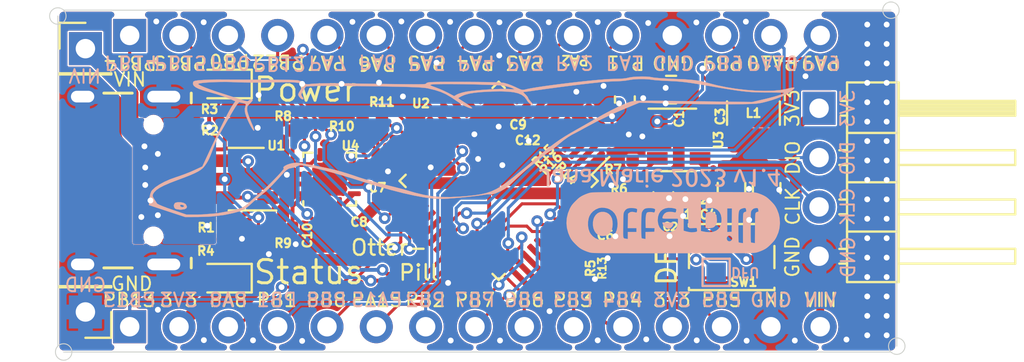
<source format=kicad_pcb>
(kicad_pcb (version 20171130) (host pcbnew "(5.1.4-0-10_14)")
  (title_block (title "OtterPill") (date "2023-01-04") (rev "v1.4.0") (company "Jana Hemsing"))
  (layers (0 F.Cu signal) (31 B.Cu signal hide) (34 B.Paste user) (35 F.Paste user) (36 B.SilkS user) (37 F.SilkS user) (38 B.Mask user) (39 F.Mask user) (44 Edge.Cuts user))
  (net 0 "")
  (net 1 "GND")
  (net 2 "Net-(C3-Pad2)")
  (net 3 "Net-(C3-Pad1)")
  (net 4 "+3V3")
  (net 5 "Net-(D1-Pad1)")
  (net 6 "Net-(D2-Pad1)")
  (net 9 "Net-(R6-Pad2)")
  (net 15 "SWCLK")
  (net 16 "SWDIO")
  (net 17 "CC2")
  (net 18 "CC1")
  (net 19 "Net-(R8-Pad2)")
  (net 20 "Net-(R9-Pad2)")
  (net 21 "INT_N")
  (net 22 "SDA")
  (net 23 "SCL")
  (net 26 "USB_P")
  (net 27 "USB_N")
  (net 28 "VIN")
  (net 29 "Net-(R12-Pad2)")
  (net 30 "Net-(J7-Pad1)")
  (net 31 "Net-(R13-Pad1)")
  (net 32 "PB13")
  (net 33 "PA9")
  (net 34 "PA10")
  (net 35 "PB9")
  (net 36 "PA1")
  (net 37 "PA2")
  (net 38 "PA3")
  (net 39 "PA4")
  (net 40 "PA5")
  (net 41 "PA6")
  (net 42 "PA7")
  (net 43 "PB0")
  (net 44 "PB15")
  (net 45 "PB14")
  (net 46 "PB5")
  (net 47 "PB4")
  (net 48 "PB3")
  (net 49 "PB6")
  (net 50 "PB7")
  (net 51 "PB2")
  (net 52 "PA15")
  (net 53 "PB8")
  (net 54 "PB1")
  (net 55 "PA8")
  (net 56 "PA0")
  (net 57 "VBUS")
  (module "LED_SMD:LED_0603_1608Metric" (layer "F.Cu") (at 28.5 23.6 180)
    (fp_text reference "D1" hide)
    (fp_text value "LED RED")
    (pad "1" smd roundrect (at -0.7875 0 180) (size 0.875 0.95) (layers "F.Cu" "F.Paste" "F.Mask") (net 5 "Net-(D1-Pad1)"))
    (pad "2" smd roundrect (at 0.7875 0 180) (size 0.875 0.95) (layers "F.Cu" "F.Paste" "F.Mask") (net 4 "+3V3"))
  )
  (module "LED_SMD:LED_0603_1608Metric" (layer "F.Cu") (at 28.5 33.6 180)
    (fp_text reference "D2" hide)
    (fp_text value "LED GREEN")
    (pad "1" smd roundrect (at -0.7875 0 180) (size 0.875 0.95) (layers "F.Cu" "F.Paste" "F.Mask") (net 6 "Net-(D2-Pad1)"))
    (pad "2" smd roundrect (at 0.7875 0 180) (size 0.875 0.95) (layers "F.Cu" "F.Paste" "F.Mask") (net 32 "PB13"))
  )
  (module "otter:USB-C 16Pin" (layer "F.Cu") (at 26.369999 28.57 -90)
    (fp_text reference "J1" hide)
    (fp_text value "USB-c")
    (pad "" np_thru_hole circle (at 2.89 1.445 270) (size 0.65 0.65) (drill 0.65) (layers *.Cu *.Mask))
    (pad "" np_thru_hole circle (at -2.89 1.445 270) (size 0.65 0.65) (drill 0.65) (layers *.Cu *.Mask))
    (pad "A1" smd rect (at -3.25 -0.05 270) (size 0.55 1.5) (layers "F.Cu" "F.Paste" "F.Mask") (net 1 "GND"))
    (pad "A4" smd rect (at -2.45 -0.05 270) (size 0.55 1.5) (layers "F.Cu" "F.Paste" "F.Mask") (net 57 "VBUS"))
    (pad "A5" smd rect (at -1.25 0 270) (size 0.28 1.45) (layers "F.Cu" "F.Paste" "F.Mask") (net 18 "CC1"))
    (pad "A6" smd rect (at -0.25 0 270) (size 0.28 1.45) (layers "F.Cu" "F.Paste" "F.Mask") (net 26 "USB_P"))
    (pad "A7" smd rect (at 0.25 0 270) (size 0.28 1.45) (layers "F.Cu" "F.Paste" "F.Mask") (net 27 "USB_N"))
    (pad "A8" smd rect (at 1.25 0 270) (size 0.28 1.45) (layers "F.Cu" "F.Paste" "F.Mask"))
    (pad "A9" smd rect (at -2.45 -0.05 270) (size 0.55 1.5) (layers "F.Cu" "F.Paste" "F.Mask") (net 57 "VBUS"))
    (pad "A12" smd rect (at -3.25 -0.05 270) (size 0.55 1.5) (layers "F.Cu" "F.Paste" "F.Mask") (net 1 "GND"))
    (pad "B1" smd rect (at 3.25 -0.05 270) (size 0.55 1.5) (layers "F.Cu" "F.Paste" "F.Mask") (net 1 "GND"))
    (pad "B4" smd rect (at 2.45 -0.05 270) (size 0.55 1.5) (layers "F.Cu" "F.Paste" "F.Mask") (net 57 "VBUS"))
    (pad "B5" smd rect (at 1.75 0 270) (size 0.28 1.45) (layers "F.Cu" "F.Paste" "F.Mask") (net 17 "CC2"))
    (pad "B6" smd rect (at 0.75 0 270) (size 0.28 1.45) (layers "F.Cu" "F.Paste" "F.Mask") (net 26 "USB_P"))
    (pad "B7" smd rect (at -0.75 0 270) (size 0.28 1.45) (layers "F.Cu" "F.Paste" "F.Mask") (net 27 "USB_N"))
    (pad "B8" smd rect (at -1.75 0 270) (size 0.28 1.45) (layers "F.Cu" "F.Paste" "F.Mask"))
    (pad "B9" smd rect (at 2.45 -0.05 270) (size 0.55 1.5) (layers "F.Cu" "F.Paste" "F.Mask") (net 57 "VBUS"))
    (pad "B12" smd rect (at 3.25 -0.05 270) (size 0.55 1.5) (layers "F.Cu" "F.Paste" "F.Mask") (net 1 "GND"))
    (pad "S1" thru_hole oval (at -4.32 0.915 270) (size 1 2.1) (drill oval 0.6 1.7) (layers *.Cu *.Mask "F.Paste") (net 1 "GND"))
    (pad "S1" thru_hole oval (at -4.32 5.095 270) (size 1 1.6) (drill oval 0.6 1.2) (layers *.Cu *.Mask "F.Paste") (net 1 "GND"))
    (pad "S1" thru_hole oval (at 4.32 5.095 270) (size 1 1.6) (drill oval 0.6 1.2) (layers *.Cu *.Mask "F.Paste") (net 1 "GND"))
    (pad "S1" thru_hole oval (at 4.32 0.915 270) (size 1 2.1) (drill oval 0.6 1.7) (layers *.Cu *.Mask "F.Paste") (net 1 "GND"))
  )
  (module "Connector_PinHeader_2.54mm:PinHeader_1x15_P2.54mm_Vertical" (layer "F.Cu") (at 23.7 21.1 90)
    (fp_text reference "J3" hide)
    (fp_text value "1")
    (pad "1" thru_hole rect (at 0 0 90) (size 1.7 1.7) (drill 1) (layers *.Cu *.Mask) (net 45 "PB14"))
    (pad "2" thru_hole oval (at 0 2.54 90) (size 1.7 1.7) (drill 1) (layers *.Cu *.Mask) (net 44 "PB15"))
    (pad "3" thru_hole oval (at 0 5.08 90) (size 1.7 1.7) (drill 1) (layers *.Cu *.Mask) (net 43 "PB0"))
    (pad "4" thru_hole oval (at 0 7.62 90) (size 1.7 1.7) (drill 1) (layers *.Cu *.Mask) (net 21 "INT_N"))
    (pad "5" thru_hole oval (at 0 10.16 90) (size 1.7 1.7) (drill 1) (layers *.Cu *.Mask) (net 42 "PA7"))
    (pad "6" thru_hole oval (at 0 12.7 90) (size 1.7 1.7) (drill 1) (layers *.Cu *.Mask) (net 41 "PA6"))
    (pad "7" thru_hole oval (at 0 15.24 90) (size 1.7 1.7) (drill 1) (layers *.Cu *.Mask) (net 40 "PA5"))
    (pad "8" thru_hole oval (at 0 17.78 90) (size 1.7 1.7) (drill 1) (layers *.Cu *.Mask) (net 39 "PA4"))
    (pad "9" thru_hole oval (at 0 20.32 90) (size 1.7 1.7) (drill 1) (layers *.Cu *.Mask) (net 38 "PA3"))
    (pad "10" thru_hole oval (at 0 22.86 90) (size 1.7 1.7) (drill 1) (layers *.Cu *.Mask) (net 37 "PA2"))
    (pad "11" thru_hole oval (at 0 25.4 90) (size 1.7 1.7) (drill 1) (layers *.Cu *.Mask) (net 36 "PA1"))
    (pad "12" thru_hole oval (at 0 27.94 90) (size 1.7 1.7) (drill 1) (layers *.Cu *.Mask) (net 1 "GND"))
    (pad "13" thru_hole oval (at 0 30.48 90) (size 1.7 1.7) (drill 1) (layers *.Cu *.Mask) (net 35 "PB9"))
    (pad "14" thru_hole oval (at 0 33.02 90) (size 1.7 1.7) (drill 1) (layers *.Cu *.Mask) (net 34 "PA10"))
    (pad "15" thru_hole oval (at 0 35.56 90) (size 1.7 1.7) (drill 1) (layers *.Cu *.Mask) (net 33 "PA9"))
  )
  (module "Resistor_SMD:R_0402_1005Metric" (layer "F.Cu") (at 29 31 180)
    (fp_text reference "R1" (at 1.36 0 180) (layer "F.SilkS") (effects (font (size 0.45 0.45) (thickness 0.1125))))
    (fp_text value "DNP")
    (pad "1" smd roundrect (at -0.485 0 180) (size 0.59 0.64) (layers "F.Cu" "F.Paste" "F.Mask") (net 1 "GND"))
    (pad "2" smd roundrect (at 0.485 0 180) (size 0.59 0.64) (layers "F.Cu" "F.Paste" "F.Mask") (net 17 "CC2"))
  )
  (module "Resistor_SMD:R_0402_1005Metric" (layer "F.Cu") (at 29.2 26 180)
    (fp_text reference "R2" (at 1.37 0 180) (layer "F.SilkS") (effects (font (size 0.45 0.45) (thickness 0.1125))))
    (fp_text value "DNP")
    (pad "1" smd roundrect (at -0.485 0 180) (size 0.59 0.64) (layers "F.Cu" "F.Paste" "F.Mask") (net 1 "GND"))
    (pad "2" smd roundrect (at 0.485 0 180) (size 0.59 0.64) (layers "F.Cu" "F.Paste" "F.Mask") (net 18 "CC1"))
  )
  (module "Resistor_SMD:R_0402_1005Metric" (layer "F.Cu") (at 29.2 24.9)
    (fp_text reference "R3" (at -1.39 0) (layer "F.SilkS") (effects (font (size 0.45 0.45) (thickness 0.1125))))
    (fp_text value "3k3")
    (pad "1" smd roundrect (at -0.485 0) (size 0.59 0.64) (layers "F.Cu" "F.Paste" "F.Mask") (net 5 "Net-(D1-Pad1)"))
    (pad "2" smd roundrect (at 0.485 0) (size 0.59 0.64) (layers "F.Cu" "F.Paste" "F.Mask") (net 1 "GND"))
  )
  (module "Resistor_SMD:R_0402_1005Metric" (layer "F.Cu") (at 29 32.2)
    (fp_text reference "R4" (at -1.38 0) (layer "F.SilkS") (effects (font (size 0.45 0.45) (thickness 0.1125))))
    (fp_text value "3k3")
    (pad "1" smd roundrect (at -0.485 0) (size 0.59 0.64) (layers "F.Cu" "F.Paste" "F.Mask") (net 6 "Net-(D2-Pad1)"))
    (pad "2" smd roundrect (at 0.485 0) (size 0.59 0.64) (layers "F.Cu" "F.Paste" "F.Mask") (net 1 "GND"))
  )
  (module "Package_TO_SOT_SMD:SOT-23-6" (layer "F.Cu") (at 29.7 28.5 180)
    (fp_text reference "U1" (at -1.55 1.725 180) (layer "F.SilkS") (effects (font (size 0.45 0.45) (thickness 0.1125))))
    (fp_text value "USBLC6-4")
    (pad "1" smd rect (at -1.1 -0.95 180) (size 1.06 0.65) (layers "F.Cu" "F.Paste" "F.Mask") (net 17 "CC2"))
    (pad "2" smd rect (at -1.1 0 180) (size 1.06 0.65) (layers "F.Cu" "F.Paste" "F.Mask") (net 1 "GND"))
    (pad "3" smd rect (at -1.1 0.95 180) (size 1.06 0.65) (layers "F.Cu" "F.Paste" "F.Mask") (net 18 "CC1"))
    (pad "4" smd rect (at 1.1 0.95 180) (size 1.06 0.65) (layers "F.Cu" "F.Paste" "F.Mask") (net 27 "USB_N"))
    (pad "5" smd rect (at 1.1 0 180) (size 1.06 0.65) (layers "F.Cu" "F.Paste" "F.Mask") (net 4 "+3V3"))
    (pad "6" smd rect (at 1.1 -0.95 180) (size 1.06 0.65) (layers "F.Cu" "F.Paste" "F.Mask") (net 26 "USB_P"))
  )
  (module "Resistor_SMD:R_0402_1005Metric" (layer "F.Cu") (at 31.6 26)
    (fp_text reference "R8" (at 0 -0.74) (layer "F.SilkS") (effects (font (size 0.45 0.45) (thickness 0.1125))))
    (fp_text value "0")
    (pad "1" smd roundrect (at -0.485 0) (size 0.59 0.64) (layers "F.Cu" "F.Paste" "F.Mask") (net 18 "CC1"))
    (pad "2" smd roundrect (at 0.485 0) (size 0.59 0.64) (layers "F.Cu" "F.Paste" "F.Mask") (net 19 "Net-(R8-Pad2)"))
  )
  (module "Resistor_SMD:R_0402_1005Metric" (layer "F.Cu") (at 31.6 31)
    (fp_text reference "R9" (at 0 0.8) (layer "F.SilkS") (effects (font (size 0.45 0.45) (thickness 0.1125))))
    (fp_text value "0")
    (pad "1" smd roundrect (at -0.485 0) (size 0.59 0.64) (layers "F.Cu" "F.Paste" "F.Mask") (net 17 "CC2"))
    (pad "2" smd roundrect (at 0.485 0) (size 0.59 0.64) (layers "F.Cu" "F.Paste" "F.Mask") (net 20 "Net-(R9-Pad2)"))
  )
  (module "Package_DFN_QFN:WQFN-14-1EP_2.5x2.5mm_P0.5mm_EP1.45x1.45mm" (layer "F.Cu") (at 34 28.5 90)
    (fp_text reference "U4" (at 1.72 1.07 180) (layer "F.SilkS") (effects (font (size 0.45 0.45) (thickness 0.1125))))
    (fp_text value "FUSB302BMPX")
    (pad "1" smd roundrect (at -1.2625 -0.5 90) (size 0.675 0.25) (layers "F.Cu" "F.Paste" "F.Mask") (net 20 "Net-(R9-Pad2)"))
    (pad "2" smd roundrect (at -1.2625 0 90) (size 0.675 0.25) (layers "F.Cu" "F.Paste" "F.Mask") (net 57 "VBUS"))
    (pad "3" smd roundrect (at -1.2625 0.5 90) (size 0.675 0.25) (layers "F.Cu" "F.Paste" "F.Mask") (net 4 "+3V3"))
    (pad "4" smd roundrect (at -0.75 1.2625 90) (size 0.25 0.675) (layers "F.Cu" "F.Paste" "F.Mask") (net 4 "+3V3"))
    (pad "5" smd roundrect (at -0.25 1.2625 90) (size 0.25 0.675) (layers "F.Cu" "F.Paste" "F.Mask") (net 21 "INT_N"))
    (pad "6" smd roundrect (at 0.25 1.2625 90) (size 0.25 0.675) (layers "F.Cu" "F.Paste" "F.Mask") (net 23 "SCL"))
    (pad "7" smd roundrect (at 0.75 1.2625 90) (size 0.25 0.675) (layers "F.Cu" "F.Paste" "F.Mask") (net 22 "SDA"))
    (pad "8" smd roundrect (at 1.2625 0.5 90) (size 0.675 0.25) (layers "F.Cu" "F.Paste" "F.Mask") (net 1 "GND"))
    (pad "9" smd roundrect (at 1.2625 0 90) (size 0.675 0.25) (layers "F.Cu" "F.Paste" "F.Mask") (net 1 "GND"))
    (pad "10" smd roundrect (at 1.2625 -0.5 90) (size 0.675 0.25) (layers "F.Cu" "F.Paste" "F.Mask") (net 19 "Net-(R8-Pad2)"))
    (pad "11" smd roundrect (at 0.75 -1.2625 90) (size 0.25 0.675) (layers "F.Cu" "F.Paste" "F.Mask") (net 19 "Net-(R8-Pad2)"))
    (pad "12" smd roundrect (at 0.25 -1.2625 90) (size 0.25 0.675) (layers "F.Cu" "F.Paste" "F.Mask"))
    (pad "13" smd roundrect (at -0.25 -1.2625 90) (size 0.25 0.675) (layers "F.Cu" "F.Paste" "F.Mask"))
    (pad "14" smd roundrect (at -0.75 -1.2625 90) (size 0.25 0.675) (layers "F.Cu" "F.Paste" "F.Mask") (net 20 "Net-(R9-Pad2)"))
    (pad "15" smd roundrect (at 0 0 90) (size 1.45 1.45) (layers "F.Cu" "F.Mask") (roundrect_rratio 0.1724137931) (net 1 "GND"))
  )
  (module "Capacitor_SMD:C_0402_1005Metric" (layer "F.Cu") (at 48.92 30.255 -90)
    (fp_text reference "C6" (at 1.145 0.72 180) (layer "F.SilkS") (effects (font (size 0.45 0.45) (thickness 0.1125))))
    (fp_text value "100n 50V")
    (pad "1" smd roundrect (at -0.485 0 270) (size 0.59 0.64) (layers "F.Cu" "F.Paste" "F.Mask") (net 4 "+3V3"))
    (pad "2" smd roundrect (at 0.485 0 270) (size 0.59 0.64) (layers "F.Cu" "F.Paste" "F.Mask") (net 1 "GND"))
  )
  (module "Capacitor_SMD:C_0402_1005Metric" (layer "F.Cu") (at 36.47 27.7 -90)
    (fp_text reference "C7" (at 1.24 0.01 180) (layer "F.SilkS") (effects (font (size 0.45 0.45) (thickness 0.1125))))
    (fp_text value "100n 50V")
    (pad "1" smd roundrect (at -0.485 0 270) (size 0.59 0.64) (layers "F.Cu" "F.Paste" "F.Mask") (net 4 "+3V3"))
    (pad "2" smd roundrect (at 0.485 0 270) (size 0.59 0.64) (layers "F.Cu" "F.Paste" "F.Mask") (net 1 "GND"))
  )
  (module "Capacitor_SMD:C_0402_1005Metric" (layer "F.Cu") (at 34.6 31.4 -90)
    (fp_text reference "C8" (at -0.69 -0.91 180) (layer "F.SilkS") (effects (font (size 0.45 0.45) (thickness 0.1125))))
    (fp_text value "100n 50V")
    (pad "1" smd roundrect (at -0.485 0 270) (size 0.59 0.64) (layers "F.Cu" "F.Paste" "F.Mask") (net 4 "+3V3"))
    (pad "2" smd roundrect (at 0.485 0 270) (size 0.59 0.64) (layers "F.Cu" "F.Paste" "F.Mask") (net 1 "GND"))
  )
  (module "Capacitor_SMD:C_0402_1005Metric" (layer "F.Cu") (at 33.6 31.4 -90)
    (fp_text reference "C10" (at 0 0.75 90) (layer "F.SilkS") (effects (font (size 0.45 0.45) (thickness 0.1125))))
    (fp_text value "100n 50V")
    (pad "1" smd roundrect (at -0.485 0 270) (size 0.59 0.64) (layers "F.Cu" "F.Paste" "F.Mask") (net 57 "VBUS"))
    (pad "2" smd roundrect (at 0.485 0 270) (size 0.59 0.64) (layers "F.Cu" "F.Paste" "F.Mask") (net 1 "GND"))
  )
  (module "Resistor_SMD:R_0402_1005Metric" (layer "F.Cu") (at 35.69 25.770001 90)
    (fp_text reference "R10" (at -0.009999 -1.07 -180) (layer "F.SilkS") (effects (font (size 0.45 0.45) (thickness 0.1125))))
    (fp_text value "3k3")
    (pad "1" smd roundrect (at -0.485 0 90) (size 0.59 0.64) (layers "F.Cu" "F.Paste" "F.Mask") (net 4 "+3V3"))
    (pad "2" smd roundrect (at 0.485 0 90) (size 0.59 0.64) (layers "F.Cu" "F.Paste" "F.Mask") (net 23 "SCL"))
  )
  (module "Resistor_SMD:R_0402_1005Metric" (layer "F.Cu") (at 36.69 25.770001 90)
    (fp_text reference "R11" (at 1.240001 0 180) (layer "F.SilkS") (effects (font (size 0.45 0.45) (thickness 0.1125))))
    (fp_text value "3k3")
    (pad "1" smd roundrect (at -0.485 0 90) (size 0.59 0.64) (layers "F.Cu" "F.Paste" "F.Mask") (net 4 "+3V3"))
    (pad "2" smd roundrect (at 0.485 0 90) (size 0.59 0.64) (layers "F.Cu" "F.Paste" "F.Mask") (net 22 "SDA"))
  )
  (module "Resistor_SMD:R_0402_1005Metric" (layer "F.Cu") (at 49.93 28.99 90)
    (fp_text reference "R6" (at -0.01 -1.03 -180) (layer "F.SilkS") (effects (font (size 0.45 0.45) (thickness 0.1125))))
    (fp_text value "100k")
    (pad "1" smd roundrect (at -0.485 0 90) (size 0.59 0.64) (layers "F.Cu" "F.Paste" "F.Mask") (net 4 "+3V3"))
    (pad "2" smd roundrect (at 0.485 0 90) (size 0.59 0.64) (layers "F.Cu" "F.Paste" "F.Mask") (net 9 "Net-(R6-Pad2)"))
  )
  (module "Capacitor_SMD:C_0402_1005Metric" (layer "F.Cu") (at 53.72 23.87 -90)
    (fp_text reference "C3" (at 1.41 -0.39 -90) (layer "F.SilkS") (effects (font (size 0.45 0.45) (thickness 0.1125))))
    (fp_text value "100n 50V")
    (pad "1" smd roundrect (at -0.485 0 270) (size 0.59 0.64) (layers "F.Cu" "F.Paste" "F.Mask") (net 3 "Net-(C3-Pad1)"))
    (pad "2" smd roundrect (at 0.485 0 270) (size 0.59 0.64) (layers "F.Cu" "F.Paste" "F.Mask") (net 2 "Net-(C3-Pad2)"))
  )
  (module "Package_TO_SOT_SMD:SOT-23-6" (layer "F.Cu") (at 51.97 26.48)
    (fp_text reference "U3" (at 2.05 0 -270) (layer "F.SilkS") (effects (font (size 0.45 0.45) (thickness 0.1125))))
    (fp_text value "SY8201")
    (pad "1" smd rect (at -1.1 -0.95) (size 1.06 0.65) (layers "F.Cu" "F.Paste" "F.Mask") (net 3 "Net-(C3-Pad1)"))
    (pad "2" smd rect (at -1.1 0) (size 1.06 0.65) (layers "F.Cu" "F.Paste" "F.Mask") (net 1 "GND"))
    (pad "3" smd rect (at -1.1 0.95) (size 1.06 0.65) (layers "F.Cu" "F.Paste" "F.Mask") (net 9 "Net-(R6-Pad2)"))
    (pad "4" smd rect (at 1.1 0.95) (size 1.06 0.65) (layers "F.Cu" "F.Paste" "F.Mask") (net 29 "Net-(R12-Pad2)"))
    (pad "5" smd rect (at 1.1 0) (size 1.06 0.65) (layers "F.Cu" "F.Paste" "F.Mask") (net 28 "VIN"))
    (pad "6" smd rect (at 1.1 -0.95) (size 1.06 0.65) (layers "F.Cu" "F.Paste" "F.Mask") (net 2 "Net-(C3-Pad2)"))
  )
  (module "Resistor_SMD:R_0402_1005Metric" (layer "F.Cu") (at 48.8 33.095 90)
    (fp_text reference "R5" (at 0.005 -1.37 270) (layer "F.SilkS") (effects (font (size 0.45 0.45) (thickness 0.1125))))
    (fp_text value "3k3")
    (pad "1" smd roundrect (at -0.485 0 90) (size 0.59 0.64) (layers "F.Cu" "F.Paste" "F.Mask") (net 30 "Net-(J7-Pad1)"))
    (pad "2" smd roundrect (at 0.485 0 90) (size 0.59 0.64) (layers "F.Cu" "F.Paste" "F.Mask") (net 1 "GND"))
  )
  (module "Resistor_SMD:R_0402_1005Metric" (layer "F.Cu") (at 49.6 27.085 90)
    (fp_text reference "R7" (at -0.915 -1 180) (layer "F.SilkS") (effects (font (size 0.45 0.45) (thickness 0.1125))))
    (fp_text value "22k")
    (pad "1" smd roundrect (at -0.485 0 90) (size 0.59 0.64) (layers "F.Cu" "F.Paste" "F.Mask") (net 9 "Net-(R6-Pad2)"))
    (pad "2" smd roundrect (at 0.485 0 90) (size 0.59 0.64) (layers "F.Cu" "F.Paste" "F.Mask") (net 1 "GND"))
  )
  (module "Capacitor_SMD:C_0805_2012Metric" (layer "F.Cu") (at 56.5 28.96 -90)
    (fp_text reference "C4" (at 1.37 3.01) (layer "F.SilkS") (effects (font (size 0.45 0.45) (thickness 0.1125))))
    (fp_text value "10u 25V")
    (pad "1" smd roundrect (at -0.9375 0 270) (size 0.975 1.4) (layers "F.Cu" "F.Paste" "F.Mask") (net 4 "+3V3"))
    (pad "2" smd roundrect (at 0.9375 0 270) (size 0.975 1.4) (layers "F.Cu" "F.Paste" "F.Mask") (net 1 "GND"))
  )
  (module "Button_Switch_SMD:SW_SPST_PTS810" (layer "F.Cu") (at 54.7 32.512 180)
    (fp_text reference "SW1" (at -0.625 -1.288 180) (layer "F.SilkS") (effects (font (size 0.45 0.45) (thickness 0.1125))))
    (fp_text value "DFU")
    (pad "1" smd rect (at 2.075 -1.075 180) (size 1.05 0.65) (layers "F.Cu" "F.Paste" "F.Mask") (net 31 "Net-(R13-Pad1)"))
    (pad "1" smd rect (at -2.075 -1.075 180) (size 1.05 0.65) (layers "F.Cu" "F.Paste" "F.Mask") (net 31 "Net-(R13-Pad1)"))
    (pad "2" smd rect (at -2.075 1.075 180) (size 1.05 0.65) (layers "F.Cu" "F.Paste" "F.Mask") (net 4 "+3V3"))
    (pad "2" smd rect (at 2.075 1.075 180) (size 1.05 0.65) (layers "F.Cu" "F.Paste" "F.Mask") (net 4 "+3V3"))
  )
  (module "Capacitor_SMD:C_0805_2012Metric" (layer "F.Cu") (at 51.58 23.89 180)
    (fp_text reference "C1" (at -0.42 -1.51 90) (layer "F.SilkS") (effects (font (size 0.45 0.45) (thickness 0.1125))))
    (fp_text value "10u 25V")
    (pad "1" smd roundrect (at -0.9375 0 180) (size 0.975 1.4) (layers "F.Cu" "F.Paste" "F.Mask") (net 28 "VIN"))
    (pad "2" smd roundrect (at 0.9375 0 180) (size 0.975 1.4) (layers "F.Cu" "F.Paste" "F.Mask") (net 1 "GND"))
  )
  (module "Connector_PinHeader_2.54mm:PinHeader_1x15_P2.54mm_Vertical" (layer "F.Cu") (at 23.7 36.1 90)
    (fp_text reference "J4" hide)
    (fp_text value "2")
    (pad "1" thru_hole rect (at 0 0 90) (size 1.7 1.7) (drill 1) (layers *.Cu *.Mask) (net 32 "PB13"))
    (pad "2" thru_hole oval (at 0 2.54 90) (size 1.7 1.7) (drill 1) (layers *.Cu *.Mask) (net 4 "+3V3"))
    (pad "3" thru_hole oval (at 0 5.08 90) (size 1.7 1.7) (drill 1) (layers *.Cu *.Mask) (net 55 "PA8"))
    (pad "4" thru_hole oval (at 0 7.62 90) (size 1.7 1.7) (drill 1) (layers *.Cu *.Mask) (net 54 "PB1"))
    (pad "5" thru_hole oval (at 0 10.16 90) (size 1.7 1.7) (drill 1) (layers *.Cu *.Mask) (net 53 "PB8"))
    (pad "6" thru_hole oval (at 0 12.7 90) (size 1.7 1.7) (drill 1) (layers *.Cu *.Mask) (net 52 "PA15"))
    (pad "7" thru_hole oval (at 0 15.24 90) (size 1.7 1.7) (drill 1) (layers *.Cu *.Mask) (net 51 "PB2"))
    (pad "8" thru_hole oval (at 0 17.78 90) (size 1.7 1.7) (drill 1) (layers *.Cu *.Mask) (net 50 "PB7"))
    (pad "9" thru_hole oval (at 0 20.32 90) (size 1.7 1.7) (drill 1) (layers *.Cu *.Mask) (net 49 "PB6"))
    (pad "10" thru_hole oval (at 0 22.86 90) (size 1.7 1.7) (drill 1) (layers *.Cu *.Mask) (net 48 "PB3"))
    (pad "11" thru_hole oval (at 0 25.4 90) (size 1.7 1.7) (drill 1) (layers *.Cu *.Mask) (net 47 "PB4"))
    (pad "12" thru_hole oval (at 0 27.94 90) (size 1.7 1.7) (drill 1) (layers *.Cu *.Mask) (net 4 "+3V3"))
    (pad "13" thru_hole oval (at 0 30.48 90) (size 1.7 1.7) (drill 1) (layers *.Cu *.Mask) (net 46 "PB5"))
    (pad "14" thru_hole oval (at 0 33.02 90) (size 1.7 1.7) (drill 1) (layers *.Cu *.Mask) (net 1 "GND"))
    (pad "15" thru_hole oval (at 0 35.56 90) (size 1.7 1.7) (drill 1) (layers *.Cu *.Mask) (net 28 "VIN"))
  )
  (module "Package_QFP:LQFP-48_7x7mm_P0.5mm" (layer "F.Cu") (at 42.7 28.589949 -135)
    (fp_text reference "U2" (at 0.007107 5.649747) (layer "F.SilkS") (effects (font (size 0.45 0.45) (thickness 0.1125))))
    (fp_text value "STM32F072C8Tx")
    (pad "1" smd roundrect (at -4.1625 -2.75 225) (size 1.475 0.3) (layers "F.Cu" "F.Paste" "F.Mask") (net 4 "+3V3"))
    (pad "2" smd roundrect (at -4.1625 -2.25 225) (size 1.475 0.3) (layers "F.Cu" "F.Paste" "F.Mask") (net 30 "Net-(J7-Pad1)"))
    (pad "3" smd roundrect (at -4.1625 -1.75 225) (size 1.475 0.3) (layers "F.Cu" "F.Paste" "F.Mask"))
    (pad "4" smd roundrect (at -4.1625 -1.249999 225) (size 1.475 0.3) (layers "F.Cu" "F.Paste" "F.Mask"))
    (pad "5" smd roundrect (at -4.1625 -0.75 225) (size 1.475 0.3) (layers "F.Cu" "F.Paste" "F.Mask"))
    (pad "6" smd roundrect (at -4.1625 -0.25 225) (size 1.475 0.3) (layers "F.Cu" "F.Paste" "F.Mask"))
    (pad "7" smd roundrect (at -4.1625 0.25 225) (size 1.475 0.3) (layers "F.Cu" "F.Paste" "F.Mask"))
    (pad "8" smd roundrect (at -4.1625 0.75 225) (size 1.475 0.3) (layers "F.Cu" "F.Paste" "F.Mask") (net 1 "GND"))
    (pad "9" smd roundrect (at -4.1625 1.249999 225) (size 1.475 0.3) (layers "F.Cu" "F.Paste" "F.Mask") (net 4 "+3V3"))
    (pad "10" smd roundrect (at -4.1625 1.75 225) (size 1.475 0.3) (layers "F.Cu" "F.Paste" "F.Mask") (net 56 "PA0"))
    (pad "11" smd roundrect (at -4.1625 2.25 225) (size 1.475 0.3) (layers "F.Cu" "F.Paste" "F.Mask") (net 36 "PA1"))
    (pad "12" smd roundrect (at -4.1625 2.75 225) (size 1.475 0.3) (layers "F.Cu" "F.Paste" "F.Mask") (net 37 "PA2"))
    (pad "13" smd roundrect (at -2.75 4.1625 225) (size 0.3 1.475) (layers "F.Cu" "F.Paste" "F.Mask") (net 38 "PA3"))
    (pad "14" smd roundrect (at -2.25 4.1625 225) (size 0.3 1.475) (layers "F.Cu" "F.Paste" "F.Mask") (net 39 "PA4"))
    (pad "15" smd roundrect (at -1.75 4.1625 225) (size 0.3 1.475) (layers "F.Cu" "F.Paste" "F.Mask") (net 40 "PA5"))
    (pad "16" smd roundrect (at -1.249999 4.1625 225) (size 0.3 1.475) (layers "F.Cu" "F.Paste" "F.Mask") (net 41 "PA6"))
    (pad "17" smd roundrect (at -0.75 4.1625 225) (size 0.3 1.475) (layers "F.Cu" "F.Paste" "F.Mask") (net 42 "PA7"))
    (pad "18" smd roundrect (at -0.25 4.1625 225) (size 0.3 1.475) (layers "F.Cu" "F.Paste" "F.Mask") (net 43 "PB0"))
    (pad "19" smd roundrect (at 0.25 4.1625 225) (size 0.3 1.475) (layers "F.Cu" "F.Paste" "F.Mask") (net 54 "PB1"))
    (pad "20" smd roundrect (at 0.75 4.1625 225) (size 0.3 1.475) (layers "F.Cu" "F.Paste" "F.Mask") (net 51 "PB2"))
    (pad "21" smd roundrect (at 1.249999 4.1625 225) (size 0.3 1.475) (layers "F.Cu" "F.Paste" "F.Mask") (net 23 "SCL"))
    (pad "22" smd roundrect (at 1.75 4.1625 225) (size 0.3 1.475) (layers "F.Cu" "F.Paste" "F.Mask") (net 22 "SDA"))
    (pad "23" smd roundrect (at 2.25 4.1625 225) (size 0.3 1.475) (layers "F.Cu" "F.Paste" "F.Mask") (net 1 "GND"))
    (pad "24" smd roundrect (at 2.75 4.1625 225) (size 0.3 1.475) (layers "F.Cu" "F.Paste" "F.Mask") (net 4 "+3V3"))
    (pad "25" smd roundrect (at 4.1625 2.75 225) (size 1.475 0.3) (layers "F.Cu" "F.Paste" "F.Mask") (net 21 "INT_N"))
    (pad "26" smd roundrect (at 4.1625 2.25 225) (size 1.475 0.3) (layers "F.Cu" "F.Paste" "F.Mask") (net 32 "PB13"))
    (pad "27" smd roundrect (at 4.1625 1.75 225) (size 1.475 0.3) (layers "F.Cu" "F.Paste" "F.Mask") (net 45 "PB14"))
    (pad "28" smd roundrect (at 4.1625 1.249999 225) (size 1.475 0.3) (layers "F.Cu" "F.Paste" "F.Mask") (net 44 "PB15"))
    (pad "29" smd roundrect (at 4.1625 0.75 225) (size 1.475 0.3) (layers "F.Cu" "F.Paste" "F.Mask") (net 55 "PA8"))
    (pad "30" smd roundrect (at 4.1625 0.25 225) (size 1.475 0.3) (layers "F.Cu" "F.Paste" "F.Mask") (net 33 "PA9"))
    (pad "31" smd roundrect (at 4.1625 -0.25 225) (size 1.475 0.3) (layers "F.Cu" "F.Paste" "F.Mask") (net 34 "PA10"))
    (pad "32" smd roundrect (at 4.1625 -0.75 225) (size 1.475 0.3) (layers "F.Cu" "F.Paste" "F.Mask") (net 27 "USB_N"))
    (pad "33" smd roundrect (at 4.1625 -1.249999 225) (size 1.475 0.3) (layers "F.Cu" "F.Paste" "F.Mask") (net 26 "USB_P"))
    (pad "34" smd roundrect (at 4.1625 -1.75 225) (size 1.475 0.3) (layers "F.Cu" "F.Paste" "F.Mask") (net 16 "SWDIO"))
    (pad "35" smd roundrect (at 4.1625 -2.25 225) (size 1.475 0.3) (layers "F.Cu" "F.Paste" "F.Mask") (net 1 "GND"))
    (pad "36" smd roundrect (at 4.1625 -2.75 225) (size 1.475 0.3) (layers "F.Cu" "F.Paste" "F.Mask") (net 4 "+3V3"))
    (pad "37" smd roundrect (at 2.75 -4.1625 225) (size 0.3 1.475) (layers "F.Cu" "F.Paste" "F.Mask") (net 15 "SWCLK"))
    (pad "38" smd roundrect (at 2.25 -4.1625 225) (size 0.3 1.475) (layers "F.Cu" "F.Paste" "F.Mask") (net 52 "PA15"))
    (pad "39" smd roundrect (at 1.75 -4.1625 225) (size 0.3 1.475) (layers "F.Cu" "F.Paste" "F.Mask") (net 48 "PB3"))
    (pad "40" smd roundrect (at 1.249999 -4.1625 225) (size 0.3 1.475) (layers "F.Cu" "F.Paste" "F.Mask") (net 47 "PB4"))
    (pad "41" smd roundrect (at 0.75 -4.1625 225) (size 0.3 1.475) (layers "F.Cu" "F.Paste" "F.Mask") (net 46 "PB5"))
    (pad "42" smd roundrect (at 0.25 -4.1625 225) (size 0.3 1.475) (layers "F.Cu" "F.Paste" "F.Mask") (net 49 "PB6"))
    (pad "43" smd roundrect (at -0.25 -4.1625 225) (size 0.3 1.475) (layers "F.Cu" "F.Paste" "F.Mask") (net 50 "PB7"))
    (pad "44" smd roundrect (at -0.75 -4.1625 225) (size 0.3 1.475) (layers "F.Cu" "F.Paste" "F.Mask") (net 30 "Net-(J7-Pad1)"))
    (pad "45" smd roundrect (at -1.249999 -4.1625 225) (size 0.3 1.475) (layers "F.Cu" "F.Paste" "F.Mask") (net 53 "PB8"))
    (pad "46" smd roundrect (at -1.75 -4.1625 225) (size 0.3 1.475) (layers "F.Cu" "F.Paste" "F.Mask") (net 35 "PB9"))
    (pad "47" smd roundrect (at -2.25 -4.1625 225) (size 0.3 1.475) (layers "F.Cu" "F.Paste" "F.Mask") (net 1 "GND"))
    (pad "48" smd roundrect (at -2.75 -4.1625 225) (size 0.3 1.475) (layers "F.Cu" "F.Paste" "F.Mask") (net 4 "+3V3"))
  )
  (module "Inductor_SMD:L_1210_3225Metric" (layer "F.Cu") (at 55.82 25.1 -90)
    (fp_text reference "L1" (at 0 0) (layer "F.SilkS") (effects (font (size 0.45 0.45) (thickness 0.1125))))
    (fp_text value "4u7")
    (pad "1" smd roundrect (at -1.4 0 270) (size 1.25 2.65) (layers "F.Cu" "F.Paste" "F.Mask") (roundrect_rratio 0.2) (net 2 "Net-(C3-Pad2)"))
    (pad "2" smd roundrect (at 1.4 0 270) (size 1.25 2.65) (layers "F.Cu" "F.Paste" "F.Mask") (roundrect_rratio 0.2) (net 4 "+3V3"))
  )
  (module "Connector_PinHeader_2.54mm:PinHeader_1x01_P2.54mm_Vertical" (layer "F.Cu") (at 21.42 35.34 180)
    (fp_text reference "J6" hide)
    (fp_text value "GND")
    (pad "1" thru_hole rect (at 0 0 180) (size 1.7 1.7) (drill 1) (layers *.Cu *.Mask) (net 1 "GND"))
  )
  (module "Connector_PinHeader_2.54mm:PinHeader_1x01_P2.54mm_Vertical" (layer "F.Cu") (at 21.42 21.78)
    (fp_text reference "J2" hide)
    (fp_text value "VBUS")
    (pad "1" thru_hole rect (at 0 0) (size 1.7 1.7) (drill 1) (layers *.Cu *.Mask) (net 57 "VBUS"))
  )
  (module "Capacitor_SMD:C_0402_1005Metric" (layer "F.Cu") (at 46.2 24.1 -45)
    (fp_text reference "C9" (at -0.636396 2.899138 180) (layer "F.SilkS") (effects (font (size 0.45 0.45) (thickness 0.1125))))
    (fp_text value "100n 50V")
    (pad "1" smd roundrect (at -0.485 0 315) (size 0.59 0.64) (layers "F.Cu" "F.Paste" "F.Mask") (net 4 "+3V3"))
    (pad "2" smd roundrect (at 0.485 0 315) (size 0.59 0.64) (layers "F.Cu" "F.Paste" "F.Mask") (net 1 "GND"))
  )
  (module "Resistor_SMD:R_0402_1005Metric" (layer "F.Cu") (at 49.83 33.09 90)
    (fp_text reference "R13" (at 0 -1.8 270) (layer "F.SilkS") (effects (font (size 0.4 0.4) (thickness 0.1))))
    (fp_text value "100")
    (pad "1" smd roundrect (at -0.485 0 90) (size 0.59 0.64) (layers "F.Cu" "F.Paste" "F.Mask") (net 31 "Net-(R13-Pad1)"))
    (pad "2" smd roundrect (at 0.485 0 90) (size 0.59 0.64) (layers "F.Cu" "F.Paste" "F.Mask") (net 30 "Net-(J7-Pad1)"))
  )
  (module "Capacitor_SMD:C_0402_1005Metric" (layer "F.Cu") (at 49.93 31 -90)
    (fp_text reference "C5" (at 0.95 0.88 180) (layer "F.SilkS") (effects (font (size 0.45 0.45) (thickness 0.1125))))
    (fp_text value "100n 50V")
    (pad "1" smd roundrect (at -0.485 0 270) (size 0.59 0.64) (layers "F.Cu" "F.Paste" "F.Mask") (net 4 "+3V3"))
    (pad "2" smd roundrect (at 0.485 0 270) (size 0.59 0.64) (layers "F.Cu" "F.Paste" "F.Mask") (net 1 "GND"))
  )
  (module "Resistor_SMD:R_0402_1005Metric" (layer "F.Cu") (at 52.8 28.75)
    (fp_text reference "R12" (at 0.02 0.8) (layer "F.SilkS") (effects (font (size 0.45 0.45) (thickness 0.1125))))
    (fp_text value "100k")
    (pad "1" smd roundrect (at -0.485 0) (size 0.59 0.64) (layers "F.Cu" "F.Paste" "F.Mask") (net 28 "VIN"))
    (pad "2" smd roundrect (at 0.485 0) (size 0.59 0.64) (layers "F.Cu" "F.Paste" "F.Mask") (net 29 "Net-(R12-Pad2)"))
  )
  (module "Capacitor_SMD:C_0805_2012Metric" (layer "F.Cu") (at 54.69 28.95 -90)
    (fp_text reference "C11" (at 1.36 2.25) (layer "F.SilkS") (effects (font (size 0.45 0.45) (thickness 0.1125))))
    (fp_text value "10u 25V")
    (pad "1" smd roundrect (at -0.9375 0 270) (size 0.975 1.4) (layers "F.Cu" "F.Paste" "F.Mask") (net 4 "+3V3"))
    (pad "2" smd roundrect (at 0.9375 0 270) (size 0.975 1.4) (layers "F.Cu" "F.Paste" "F.Mask") (net 1 "GND"))
  )
  (module "otter:PinHeader_1x04_P2.54mm_Horizontal" (layer "F.Cu") (at 59.2 24.85)
    (fp_text reference "J5" hide)
    (fp_text value "SWD")
    (pad "1" thru_hole rect (at 0 0) (size 1.7 1.7) (drill 1) (layers *.Cu *.Mask) (net 4 "+3V3"))
    (pad "2" thru_hole oval (at 0 2.54) (size 1.7 1.7) (drill 1) (layers *.Cu *.Mask) (net 16 "SWDIO"))
    (pad "3" thru_hole oval (at 0 5.08) (size 1.7 1.7) (drill 1) (layers *.Cu *.Mask) (net 15 "SWCLK"))
    (pad "4" thru_hole oval (at 0 7.62) (size 1.7 1.7) (drill 1) (layers *.Cu *.Mask) (net 1 "GND"))
  )
  (module "Capacitor_SMD:C_0603_1608Metric" (layer "F.Cu") (at 51.18 29.34 -90)
    (fp_text reference "C2" (at 1.62 -0.36) (layer "F.SilkS") (effects (font (size 0.4 0.4) (thickness 0.1))))
    (fp_text value "100n 50V")
    (pad "1" smd roundrect (at -0.7875 0 270) (size 0.875 0.95) (layers "F.Cu" "F.Paste" "F.Mask") (net 28 "VIN"))
    (pad "2" smd roundrect (at 0.7875 0 270) (size 0.875 0.95) (layers "F.Cu" "F.Paste" "F.Mask") (net 1 "GND"))
  )
  (module "Capacitor_SMD:C_0402_1005Metric" (layer "F.Cu") (at 47.6 23.2)
    (fp_text reference "C12" (at -3.4 3.3) (layer "F.SilkS") (effects (font (size 0.45 0.45) (thickness 0.1125))))
    (fp_text value "100n 50V")
    (pad "1" smd roundrect (at -0.485 0) (size 0.59 0.64) (layers "F.Cu" "F.Paste" "F.Mask") (net 56 "PA0"))
    (pad "2" smd roundrect (at 0.485 0) (size 0.59 0.64) (layers "F.Cu" "F.Paste" "F.Mask") (net 1 "GND"))
  )
  (module "Resistor_SMD:R_0402_1005Metric" (layer "F.Cu") (at 48.2 26.1 135)
    (fp_text reference "R14" (at -0.070711 -2.899138 135) (layer "F.SilkS") (effects (font (size 0.45 0.45) (thickness 0.1125))))
    (fp_text value "100k")
    (pad "1" smd roundrect (at -0.485 0 135) (size 0.59 0.64) (layers "F.Cu" "F.Paste" "F.Mask") (net 57 "VBUS"))
    (pad "2" smd roundrect (at 0.485 0 135) (size 0.59 0.64) (layers "F.Cu" "F.Paste" "F.Mask") (net 56 "PA0"))
  )
  (module "Resistor_SMD:R_0402_1005Metric" (layer "F.Cu") (at 47.7 24.6 45)
    (fp_text reference "R15" (at -3.818377 0 45) (layer "F.SilkS") (effects (font (size 0.45 0.45) (thickness 0.1125))))
    (fp_text value "22k")
    (pad "1" smd roundrect (at -0.485 0 45) (size 0.59 0.64) (layers "F.Cu" "F.Paste" "F.Mask") (net 56 "PA0"))
    (pad "2" smd roundrect (at 0.485 0 45) (size 0.59 0.64) (layers "F.Cu" "F.Paste" "F.Mask") (net 1 "GND"))
  )
  (module "Resistor_SMD:R_0603_1608Metric" (layer "F.Cu") (at 49.2 24.4 90)
    (fp_text reference "R16" (at -3.3 -3.8 225) (layer "F.SilkS") (effects (font (size 0.45 0.45) (thickness 0.1125))))
    (fp_text value "1")
    (pad "1" smd roundrect (at -0.7875 0 90) (size 0.875 0.95) (layers "F.Cu" "F.Paste" "F.Mask") (net 57 "VBUS"))
    (pad "2" smd roundrect (at 0.7875 0 90) (size 0.875 0.95) (layers "F.Cu" "F.Paste" "F.Mask") (net 28 "VIN"))
  )
  (module "TestPoint:TestPoint_Pad_1.0x1.0mm" (layer "B.Cu") (at 53.9 33.3)
    (fp_text reference "J7" hide)
    (fp_text value "PAD")
    (pad "1" smd rect (at 0 0) (size 1 1) (layers "B.Cu" "B.Mask") (net 30 "Net-(J7-Pad1)"))
  )
  (module "otter:otter_laying_3411" (layer "B.Cu") (at 41 26.81)
    (fp_text reference "G***" hide)
    (fp_text value "LOGO" hide)
  )
  (module "otter:otterpill_126x46" (layer "B.Cu") (at 51 30.2)
    (fp_text reference "G***" hide)
    (fp_text value "LOGO" hide)
  )
  (gr_line (start 20 37.1) (end 20 20.1) (layer "Edge.Cuts") (width 0.05))
  (gr_line (start 20.3 19.8) (end 62.9 19.8) (layer "Edge.Cuts") (width 0.05))
  (gr_line (start 62.9 37.4) (end 20.3 37.4) (layer "Edge.Cuts") (width 0.05))
  (gr_line (start 63.2 20.1) (end 63.2 37.1) (layer "Edge.Cuts") (width 0.05))
  (gr_arc (start 20 20.1) (end 20.3 19.8) (angle 0) (layer "Edge.Cuts") (width 0.05))
  (gr_arc (start 63.2 37.1) (end 62.9 37.4) (angle 0) (layer "Edge.Cuts") (width 0.05))
  (gr_arc (start 62.9 19.8) (end 63.2 20.1) (angle 0) (layer "Edge.Cuts") (width 0.05))
  (gr_arc (start 20.3 37.4) (end 20 37.1) (angle 0) (layer "Edge.Cuts") (width 0.05))
  (gr_text "3V3" (at 26.225 34.725) (layer "B.SilkS") (effects (font (size 0.7 0.7) (thickness 0.1)) (justify mirror)))
  (gr_text "PB13" (at 23.675 34.725) (layer "B.SilkS") (effects (font (size 0.7 0.7) (thickness 0.1)) (justify mirror)))
  (gr_text "PB6" (at 44.025 34.725) (layer "B.SilkS") (effects (font (size 0.7 0.7) (thickness 0.1)) (justify mirror)))
  (gr_text "PB8" (at 33.825 34.725) (layer "B.SilkS") (effects (font (size 0.7 0.7) (thickness 0.1)) (justify mirror)))
  (gr_text "VIN" (at 59.275 34.725) (layer "B.SilkS") (effects (font (size 0.7 0.7) (thickness 0.1)) (justify mirror)))
  (gr_text "PB2" (at 38.925 34.725) (layer "B.SilkS") (effects (font (size 0.7 0.7) (thickness 0.1)) (justify mirror)))
  (gr_text "PA15" (at 36.425 34.725) (layer "B.SilkS") (effects (font (size 0.7 0.7) (thickness 0.1)) (justify mirror)))
  (gr_text "PB4" (at 49.075 34.725) (layer "B.SilkS") (effects (font (size 0.7 0.7) (thickness 0.1)) (justify mirror)))
  (gr_text "PB5" (at 54.175 34.725) (layer "B.SilkS") (effects (font (size 0.7 0.7) (thickness 0.1)) (justify mirror)))
  (gr_text "3V3" (at 51.625 34.725) (layer "B.SilkS") (effects (font (size 0.7 0.7) (thickness 0.1)) (justify mirror)))
  (gr_text "PB3" (at 46.525 34.725) (layer "B.SilkS") (effects (font (size 0.7 0.7) (thickness 0.1)) (justify mirror)))
  (gr_text "PA8" (at 28.775 34.725) (layer "B.SilkS") (effects (font (size 0.7 0.7) (thickness 0.1)) (justify mirror)))
  (gr_text "PB1" (at 31.275 34.725) (layer "B.SilkS") (effects (font (size 0.7 0.7) (thickness 0.1)) (justify mirror)))
  (gr_text "GND" (at 56.725 34.725) (layer "B.SilkS") (effects (font (size 0.7 0.7) (thickness 0.1)) (justify mirror)))
  (gr_text "PB7" (at 41.475 34.725) (layer "B.SilkS") (effects (font (size 0.7 0.7) (thickness 0.1)) (justify mirror)))
  (gr_text "PA2" (at 46.6 22.5 180) (layer "B.SilkS") (effects (font (size 0.7 0.7) (thickness 0.1)) (justify mirror)))
  (gr_text "PA7" (at 33.9 22.5 180) (layer "B.SilkS") (effects (font (size 0.7 0.7) (thickness 0.1)) (justify mirror)))
  (gr_text "PA4" (at 41.55 22.5 180) (layer "B.SilkS") (effects (font (size 0.7 0.7) (thickness 0.1)) (justify mirror)))
  (gr_text "PB15" (at 26.325 22.5 180) (layer "B.SilkS") (effects (font (size 0.7 0.7) (thickness 0.1)) (justify mirror)))
  (gr_text "PA9" (at 59.325 22.5 180) (layer "B.SilkS") (effects (font (size 0.7 0.7) (thickness 0.1)) (justify mirror)))
  (gr_text "PA3" (at 44.075 22.5 180) (layer "B.SilkS") (effects (font (size 0.7 0.7) (thickness 0.1)) (justify mirror)))
  (gr_text "PB14" (at 23.775 22.5 180) (layer "B.SilkS") (effects (font (size 0.7 0.7) (thickness 0.1)) (justify mirror)))
  (gr_text "PA5" (at 39.025 22.5 180) (layer "B.SilkS") (effects (font (size 0.7 0.7) (thickness 0.1)) (justify mirror)))
  (gr_text "PA1" (at 49.2 22.5 180) (layer "B.SilkS") (effects (font (size 0.7 0.7) (thickness 0.1)) (justify mirror)))
  (gr_text "PA10" (at 56.825 22.5 180) (layer "B.SilkS") (effects (font (size 0.7 0.7) (thickness 0.1)) (justify mirror)))
  (gr_text "PA6" (at 36.475 22.45 180) (layer "B.SilkS") (effects (font (size 0.7 0.7) (thickness 0.1)) (justify mirror)))
  (gr_text "PB12" (at 31.4 22.55 180) (layer "B.SilkS") (effects (font (size 0.7 0.7) (thickness 0.1)) (justify mirror)))
  (gr_text "PB9" (at 54.275 22.5 180) (layer "B.SilkS") (effects (font (size 0.7 0.7) (thickness 0.1)) (justify mirror)))
  (gr_text "PB0" (at 28.875 22.5 180) (layer "B.SilkS") (effects (font (size 0.7 0.7) (thickness 0.1)) (justify mirror)))
  (gr_text "GND" (at 51.725 22.5 180) (layer "B.SilkS") (effects (font (size 0.7 0.7) (thickness 0.1)) (justify mirror)))
  (gr_text "GND" (at 60.695 32.52 90) (layer "B.SilkS") (effects (font (size 0.7 0.7) (thickness 0.1)) (justify mirror)))
  (gr_text "CLK" (at 60.67 29.92 90) (layer "B.SilkS") (effects (font (size 0.7 0.7) (thickness 0.1)) (justify mirror)))
  (gr_text "DIO" (at 60.67 27.42 90) (layer "B.SilkS") (effects (font (size 0.7 0.7) (thickness 0.1)) (justify mirror)))
  (gr_text "3V3" (at 60.67 24.87 90) (layer "B.SilkS") (effects (font (size 0.7 0.7) (thickness 0.1)) (justify mirror)))
  (gr_text "VIN" (at 21.39 23.16 180) (layer "B.SilkS") (effects (font (size 0.7 0.7) (thickness 0.1)) (justify mirror)))
  (gr_text "GND" (at 21.42 33.95) (layer "B.SilkS") (effects (font (size 0.7 0.7) (thickness 0.1)) (justify mirror)))
  (gr_text "DFU" (at 55.4 33.3 180) (layer "B.SilkS") (effects (font (size 0.5 0.5) (thickness 0.1)) (justify mirror)))
  (gr_text "Status" (at 30 33.29) (layer "F.SilkS") (effects (font (size 1.2 1.2)) (justify left)))
  (gr_text "GND" (at 57.825 32.5 90) (layer "F.SilkS") (effects (font (size 0.7 0.7) (thickness 0.1))))
  (gr_text "CLK" (at 57.85 29.9 90) (layer "F.SilkS") (effects (font (size 0.7 0.7) (thickness 0.1))))
  (gr_text "DIO" (at 57.85 27.4 90) (layer "F.SilkS") (effects (font (size 0.7 0.7) (thickness 0.1))))
  (gr_text "VIN" (at 59.275 34.725) (layer "F.SilkS") (effects (font (size 0.7 0.7) (thickness 0.1))))
  (gr_text "PB0" (at 28.83 22.41 180) (layer "F.SilkS") (effects (font (size 0.7 0.7) (thickness 0.1))))
  (gr_text "PA9" (at 59.275 22.5 180) (layer "F.SilkS") (effects (font (size 0.7 0.7) (thickness 0.1))))
  (gr_text "VIN" (at 23.71 23.37) (layer "F.SilkS") (effects (font (size 0.7 0.7) (thickness 0.1))))
  (gr_text "3V3" (at 57.82 24.84 90) (layer "F.SilkS") (effects (font (size 0.7 0.7) (thickness 0.1))))
  (gr_text "PA10" (at 56.775 22.5 180) (layer "F.SilkS") (effects (font (size 0.7 0.7) (thickness 0.1))))
  (gr_text "PA15" (at 36.425 34.725) (layer "F.SilkS") (effects (font (size 0.7 0.7) (thickness 0.1))))
  (gr_text "PB8" (at 33.825 34.725) (layer "F.SilkS") (effects (font (size 0.7 0.7) (thickness 0.1))))
  (gr_text "PA7" (at 33.85 22.5 180) (layer "F.SilkS") (effects (font (size 0.7 0.7) (thickness 0.1))))
  (gr_text "PA4" (at 41.5 22.5 180) (layer "F.SilkS") (effects (font (size 0.7 0.7) (thickness 0.1))))
  (gr_text "GND" (at 23.81 33.89) (layer "F.SilkS") (effects (font (size 0.7 0.7) (thickness 0.1))))
  (gr_text "GND" (at 51.675 22.5 180) (layer "F.SilkS") (effects (font (size 0.7 0.7) (thickness 0.1))))
  (gr_text "PB3" (at 46.525 34.725) (layer "F.SilkS") (effects (font (size 0.7 0.7) (thickness 0.1))))
  (gr_text "PB2" (at 38.925 34.725) (layer "F.SilkS") (effects (font (size 0.7 0.7) (thickness 0.1))))
  (gr_text "3V3" (at 51.625 34.725) (layer "F.SilkS") (effects (font (size 0.7 0.7) (thickness 0.1))))
  (gr_text "PB4" (at 49.075 34.725) (layer "F.SilkS") (effects (font (size 0.7 0.7) (thickness 0.1))))
  (gr_text "PB13" (at 23.675 34.725) (layer "F.SilkS") (effects (font (size 0.7 0.7) (thickness 0.1))))
  (gr_text "PA8" (at 28.775 34.725) (layer "F.SilkS") (effects (font (size 0.7 0.7) (thickness 0.1))))
  (gr_text "GND" (at 56.725 34.725) (layer "F.SilkS") (effects (font (size 0.7 0.7) (thickness 0.1))))
  (gr_text "PB15" (at 26.275 22.5 180) (layer "F.SilkS") (effects (font (size 0.7 0.7) (thickness 0.1))))
  (gr_text "PB9" (at 54.225 22.5 180) (layer "F.SilkS") (effects (font (size 0.7 0.7) (thickness 0.1))))
  (gr_text "PB14" (at 23.725 22.5 180) (layer "F.SilkS") (effects (font (size 0.7 0.7) (thickness 0.1))))
  (gr_text "PA1" (at 49.23 22.5 180) (layer "F.SilkS") (effects (font (size 0.7 0.7) (thickness 0.1))))
  (gr_text "PB1" (at 31.275 34.725) (layer "F.SilkS") (effects (font (size 0.7 0.7) (thickness 0.1))))
  (gr_text "PA5" (at 38.975 22.5 180) (layer "F.SilkS") (effects (font (size 0.7 0.7) (thickness 0.1))))
  (gr_text "PB7" (at 41.475 34.725) (layer "F.SilkS") (effects (font (size 0.7 0.7) (thickness 0.1))))
  (gr_text "PB6" (at 44.025 34.725) (layer "F.SilkS") (effects (font (size 0.7 0.7) (thickness 0.1))))
  (gr_text "3V3" (at 26.225 34.725) (layer "F.SilkS") (effects (font (size 0.7 0.7) (thickness 0.1))))
  (gr_text "PB12" (at 31.35 22.45 180) (layer "F.SilkS") (effects (font (size 0.7 0.7) (thickness 0.1))))
  (gr_text "Otter-\n     Pill" (at 37.06 32.67) (layer "F.SilkS") (effects (font (size 0.8 0.8) (thickness 0.12))))
  (gr_text "Power" (at 30 23.89) (layer "F.SilkS") (effects (font (size 1.2 1.2)) (justify left)))
  (gr_text "PA2" (at 46.625 22.375 180) (layer "F.SilkS") (effects (font (size 0.5 0.5) (thickness 0.1))))
  (gr_text "PB5" (at 54.175 34.725) (layer "F.SilkS") (effects (font (size 0.7 0.7) (thickness 0.1))))
  (gr_text "PA3" (at 44.025 22.5 180) (layer "F.SilkS") (effects (font (size 0.7 0.7) (thickness 0.1))))
  (gr_text "DFU" (at 51.35 32.52 90) (layer "F.SilkS") (effects (font (size 1 1))))
  (gr_text "PA6" (at 36.425 22.55 180) (layer "F.SilkS") (effects (font (size 0.7 0.7) (thickness 0.1))))
  (segment (start 50.5425 24.228074) (end 50.5425 23.89) (width 0.6) (layer "F.Cu") (net 1))
  (segment (start 50.1425 24.328074) (end 50.1425 24.752338) (width 0.2) (layer "F.Cu") (net 1))
  (segment (start 24.9425 32.89) (end 25.454999 32.89) (width 0.157) (layer "F.Cu") (net 1))
  (segment (start 50 26.2) (end 50.1 26.3) (width 0.2) (layer "F.Cu") (net 1))
  (segment (start 26.369999 25.37) (end 26.369999 25.165) (width 0.4) (layer "F.Cu") (net 1))
  (segment (start 50.1425 24.752338) (end 50 24.894838) (width 0.2) (layer "F.Cu") (net 1))
  (segment (start 34.5 27.2375) (end 34.5 28) (width 0.2) (layer "F.Cu") (net 1))
  (segment (start 26.369999 25.165) (end 25.454999 24.25) (width 0.4) (layer "F.Cu") (net 1))
  (segment (start 34.5 28) (end 34 28.5) (width 0.2) (layer "F.Cu") (net 1))
  (segment (start 34 27.2375) (end 34 28.5) (width 0.2) (layer "F.Cu") (net 1))
  (segment (start 25.454999 32.89) (end 25.454999 32.685) (width 0.4) (layer "F.Cu") (net 1))
  (segment (start 25.454999 32.685) (end 26.369999 31.77) (width 0.4) (layer "F.Cu") (net 1))
  (segment (start 45.786342 24.442947) (end 46.542947 24.442947) (width 0.2) (layer "F.Cu") (net 1))
  (segment (start 50 24.894838) (end 50 26.2) (width 0.2) (layer "F.Cu") (net 1))
  (segment (start 45.113002 25.116287) (end 45.786342 24.442947) (width 0.2) (layer "F.Cu") (net 1))
  (segment (start 53.72 24.355) (end 53.72 24.77) (width 0.2) (layer "F.Cu") (net 2))
  (segment (start 53.72 24.77) (end 52.96 25.53) (width 0.2) (layer "F.Cu") (net 2))
  (segment (start 53.72 23.385) (end 53.4 23.385) (width 0.157) (layer "F.Cu") (net 3))
  (segment (start 53.2 23.185) (end 53.2 22.8) (width 0.157) (layer "F.Cu") (net 3))
  (segment (start 53.4 23.385) (end 53.2 23.185) (width 0.157) (layer "F.Cu") (net 3))
  (segment (start 53.2 23.887) (end 53.2 23.224264) (width 0.157) (layer "B.Cu") (net 3))
  (segment (start 50.87 25.53) (end 51.557 25.53) (width 0.157) (layer "B.Cu") (net 3))
  (segment (start 53.2 23.224264) (end 53.2 22.8) (width 0.157) (layer "B.Cu") (net 3))
  (segment (start 51.557 25.53) (end 53.2 23.887) (width 0.157) (layer "B.Cu") (net 3))
  (segment (start 58 29.195638) (end 57.892999 29.302639) (width 0.6) (layer "F.Cu") (net 4))
  (segment (start 35.599998 32.172678) (end 35.109677 32.662999) (width 0.6) (layer "F.Cu") (net 4))
  (segment (start 45.76513 23.757053) (end 44.759449 24.762734) (width 0.2) (layer "F.Cu") (net 4))
  (segment (start 30.3 34.13) (end 29.78 34.65) (width 0.6) (layer "F.Cu") (net 4))
  (segment (start 50.23 30.16697) (end 50.23 29.485) (width 0.6) (layer "F.Cu") (net 4))
  (segment (start 37.9 28.37) (end 35.599998 30.670002) (width 0.6) (layer "F.Cu") (net 4))
  (segment (start 42.21 30.99) (end 42.21 28.65) (width 0.2) (layer "F.Cu") (net 4))
  (segment (start 56.775 30.84201) (end 56.775 31.437) (width 0.6) (layer "F.Cu") (net 4))
  (segment (start 47.64 29.24) (end 47.64 28.65) (width 0.6) (layer "F.Cu") (net 4))
  (segment (start 42.201159 32.481159) (end 41.95 32.23) (width 0.2) (layer "F.Cu") (net 4))
  (segment (start 48.13 29.73) (end 47.64 29.24) (width 0.6) (layer "F.Cu") (net 4))
  (segment (start 47.64 27.92) (end 47.88 27.68) (width 0.6) (layer "F.Cu") (net 4))
  (segment (start 53.090532 31.437) (end 51.924294 31.437) (width 0.157) (layer "F.Cu") (net 4))
  (segment (start 57.86701 29.90299) (end 57.86701 30.431516) (width 0.6) (layer "F.Cu") (net 4))
  (segment (start 41.701212 33.477825) (end 42.201159 32.977878) (width 0.2) (layer "F.Cu") (net 4))
  (segment (start 57.834498 26.06) (end 57.834498 28.0225) (width 0.4) (layer "F.Cu") (net 4))
  (segment (start 35.385 30.915) (end 34.6 30.915) (width 0.2) (layer "F.Cu") (net 4))
  (segment (start 49.93 30.435) (end 49.265 29.77) (width 0.6) (layer "F.Cu") (net 4))
  (segment (start 41.95 31.25) (end 42.21 30.99) (width 0.2) (layer "F.Cu") (net 4))
  (segment (start 47.64 28.65) (end 47.64 27.92) (width 0.6) (layer "F.Cu") (net 4))
  (segment (start 49.93 30.435) (end 49.93 29.605) (width 0.6) (layer "F.Cu") (net 4))
  (segment (start 35.109677 32.662999) (end 31.767001 32.662999) (width 0.6) (layer "F.Cu") (net 4))
  (segment (start 36.47 27.035001) (end 35.69 26.255001) (width 0.157) (layer "F.Cu") (net 4))
  (segment (start 37.812124 27.903293) (end 38.278831 28.37) (width 0.2) (layer "F.Cu") (net 4))
  (segment (start 27.69 34.65) (end 26.24 36.1) (width 0.6) (layer "F.Cu") (net 4))
  (segment (start 35.599998 30.700002) (end 35.599998 32.172678) (width 0.6) (layer "F.Cu") (net 4))
  (segment (start 36.47 27.215) (end 36.47 26.475001) (width 0.157) (layer "F.Cu") (net 4))
  (segment (start 47.900008 27.591161) (end 47.587876 27.591161) (width 0.2) (layer "F.Cu") (net 4))
  (segment (start 30.33 34.1) (end 30.33 30.47) (width 0.157) (layer "F.Cu") (net 4))
  (segment (start 57.892999 29.877001) (end 57.86701 29.90299) (width 0.6) (layer "F.Cu") (net 4))
  (segment (start 34.5 29.7625) (end 34.75 29.7625) (width 0.2) (layer "F.Cu") (net 4))
  (segment (start 44.759449 24.762734) (end 42.3 27.222183) (width 0.2) (layer "F.Cu") (net 4))
  (segment (start 36.47 27.215) (end 36.47 27.035001) (width 0.157) (layer "F.Cu") (net 4))
  (segment (start 50.134908 30.515) (end 49.93 30.515) (width 0.6) (layer "F.Cu") (net 4))
  (segment (start 37.812124 27.591161) (end 37.812124 27.903293) (width 0.2) (layer "F.Cu") (net 4))
  (segment (start 57.834498 28.0225) (end 57.849999 28.038001) (width 0.8) (layer "F.Cu") (net 4))
  (segment (start 56.49 28.0125) (end 56.5 28.0225) (width 0.8) (layer "F.Cu") (net 4))
  (segment (start 36.505 27.25) (end 36.47 27.215) (width 0.2) (layer "F.Cu") (net 4))
  (segment (start 38.278831 28.37) (end 38.439627 28.37) (width 0.2) (layer "F.Cu") (net 4))
  (segment (start 46.090873 29.234545) (end 42.683215 29.234545) (width 0.6) (layer "F.Cu") (net 4))
  (segment (start 49.81 29.485) (end 49.565 29.73) (width 0.6) (layer "F.Cu") (net 4))
  (segment (start 42.154335 28.705665) (end 38.775292 28.705665) (width 0.6) (layer "F.Cu") (net 4))
  (segment (start 34.75 29.7625) (end 35.2625 29.25) (width 0.2) (layer "F.Cu") (net 4))
  (segment (start 42.201159 32.977878) (end 42.201159 32.481159) (width 0.2) (layer "F.Cu") (net 4))
  (segment (start 51.200031 31.137001) (end 50.756909 31.137001) (width 0.6) (layer "F.Cu") (net 4))
  (segment (start 57.892999 29.302639) (end 57.892999 29.877001) (width 0.6) (layer "F.Cu") (net 4))
  (segment (start 42.3 27.222183) (end 42.3 28.56) (width 0.2) (layer "F.Cu") (net 4))
  (segment (start 59.2 24.85) (end 59.044498 24.85) (width 0.4) (layer "F.Cu") (net 4))
  (segment (start 49.565 29.73) (end 48.13 29.73) (width 0.6) (layer "F.Cu") (net 4))
  (segment (start 46.675418 28.65) (end 46.090873 29.234545) (width 0.6) (layer "F.Cu") (net 4))
  (segment (start 37.812124 27.591161) (end 37.470963 27.25) (width 0.2) (layer "F.Cu") (net 4))
  (segment (start 55.6 27.1025) (end 54.69 28.0125) (width 0.8) (layer "F.Cu") (net 4))
  (segment (start 55.6 26.68) (end 55.6 27.1025) (width 0.8) (layer "F.Cu") (net 4))
  (segment (start 50.23 29.485) (end 49.81 29.485) (width 0.6) (layer "F.Cu") (net 4))
  (segment (start 50.756909 31.137001) (end 50.134908 30.515) (width 0.6) (layer "F.Cu") (net 4))
  (segment (start 29.78 34.65) (end 27.69 34.65) (width 0.6) (layer "F.Cu") (net 4))
  (segment (start 35.599998 30.700002) (end 35.385 30.915) (width 0.2) (layer "F.Cu") (net 4))
  (segment (start 42.683215 29.234545) (end 42.154335 28.705665) (width 0.6) (layer "F.Cu") (net 4))
  (segment (start 59.044498 24.85) (end 57.834498 26.06) (width 0.4) (layer "F.Cu") (net 4))
  (segment (start 30.3 34.13) (end 30.33 34.1) (width 0.157) (layer "F.Cu") (net 4))
  (segment (start 34.5 29.7625) (end 34.5 30.815) (width 0.2) (layer "F.Cu") (net 4))
  (segment (start 51.924294 31.437) (end 51.50003 31.437) (width 0.157) (layer "F.Cu") (net 4))
  (segment (start 57.86701 30.431516) (end 57.456516 30.84201) (width 0.6) (layer "F.Cu") (net 4))
  (segment (start 36.47 26.475001) (end 36.69 26.255001) (width 0.157) (layer "F.Cu") (net 4))
  (segment (start 35.599998 30.670002) (end 35.599998 30.700002) (width 0.6) (layer "F.Cu") (net 4))
  (segment (start 38.439627 28.37) (end 37.9 28.37) (width 0.6) (layer "F.Cu") (net 4))
  (segment (start 56.775 31.437) (end 51.50003 31.437) (width 0.6) (layer "F.Cu") (net 4))
  (segment (start 56.5 28.0225) (end 57.834498 28.0225) (width 0.8) (layer "F.Cu") (net 4))
  (segment (start 49.93 29.605) (end 49.81 29.485) (width 0.6) (layer "F.Cu") (net 4))
  (segment (start 37.470963 27.25) (end 36.505 27.25) (width 0.2) (layer "F.Cu") (net 4))
  (segment (start 47.64 28.65) (end 46.675418 28.65) (width 0.6) (layer "F.Cu") (net 4))
  (segment (start 31.767001 32.662999) (end 30.3 34.13) (width 0.6) (layer "F.Cu") (net 4))
  (segment (start 34.5 30.815) (end 34.6 30.915) (width 0.2) (layer "F.Cu") (net 4))
  (segment (start 27.794282 25.392028) (end 27.794282 25.816292) (width 0.2) (layer "F.Cu") (net 4))
  (segment (start 45.857053 23.757053) (end 45.76513 23.757053) (width 0.2) (layer "F.Cu") (net 4))
  (segment (start 57.456516 30.84201) (end 56.775 30.84201) (width 0.6) (layer "F.Cu") (net 4))
  (segment (start 27.794282 23.694282) (end 27.794282 25.392028) (width 0.2) (layer "F.Cu") (net 4))
  (segment (start 51.50003 31.437) (end 51.200031 31.137001) (width 0.6) (layer "F.Cu") (net 4))
  (segment (start 55.6 27.1225) (end 56.5 28.0225) (width 0.8) (layer "F.Cu") (net 4))
  (segment (start 48.087823 27.403346) (end 47.900008 27.591161) (width 0.2) (layer "F.Cu") (net 4))
  (segment (start 41.95 32.23) (end 41.95 31.25) (width 0.2) (layer "F.Cu") (net 4))
  (segment (start 57.849999 28.038001) (end 58 28.188002) (width 0.6) (layer "F.Cu") (net 4))
  (segment (start 49.265 29.77) (end 48.92 29.77) (width 0.6) (layer "F.Cu") (net 4))
  (segment (start 47.88 27.68) (end 48.087823 27.472177) (width 0.2) (layer "F.Cu") (net 4))
  (segment (start 42.3 28.56) (end 42.154335 28.705665) (width 0.2) (layer "F.Cu") (net 4))
  (segment (start 55.6 26.68) (end 55.6 27.1225) (width 0.8) (layer "F.Cu") (net 4))
  (segment (start 58 28.188002) (end 58 29.195638) (width 0.6) (layer "F.Cu") (net 4))
  (segment (start 38.775292 28.705665) (end 38.439627 28.37) (width 0.6) (layer "F.Cu") (net 4))
  (segment (start 27.775 23.675) (end 27.794282 23.694282) (width 0.2) (layer "F.Cu") (net 4))
  (segment (start 54.69 28.0125) (end 56.49 28.0125) (width 0.8) (layer "F.Cu") (net 4))
  (segment (start 28.59299 29.157254) (end 29.905736 30.47) (width 0.157) (layer "B.Cu") (net 4))
  (segment (start 29.905736 30.47) (end 30.33 30.47) (width 0.157) (layer "B.Cu") (net 4))
  (segment (start 28.59299 28.5) (end 28.59299 29.157254) (width 0.157) (layer "B.Cu") (net 4))
  (segment (start 51.64 36.1) (end 51.64 31.57697) (width 0.4) (layer "B.Cu") (net 4))
  (segment (start 28.094281 26.116291) (end 27.794282 25.816292) (width 0.157) (layer "B.Cu") (net 4))
  (segment (start 28.59299 28.5) (end 28.59299 26.615) (width 0.157) (layer "B.Cu") (net 4))
  (segment (start 28.59299 26.615) (end 28.094281 26.116291) (width 0.157) (layer "B.Cu") (net 4))
  (segment (start 51.64 31.57697) (end 51.50003 31.437) (width 0.4) (layer "B.Cu") (net 4))
  (segment (start 29.2875 24.3275) (end 28.715 24.9) (width 0.2) (layer "F.Cu") (net 5))
  (segment (start 29.2875 23.6) (end 29.2875 24.3275) (width 0.2) (layer "F.Cu") (net 5))
  (segment (start 29.2875 33.6) (end 29.2875 32.9725) (width 0.2) (layer "F.Cu") (net 6))
  (segment (start 29.2875 32.9725) (end 28.515 32.2) (width 0.2) (layer "F.Cu") (net 6))
  (segment (start 50.76 27.43) (end 50.76 27.54) (width 0.2) (layer "F.Cu") (net 9))
  (segment (start 50.76 27.54) (end 49.93 28.37) (width 0.2) (layer "F.Cu") (net 9))
  (segment (start 50.57 27.62) (end 50.76 27.43) (width 0.2) (layer "F.Cu") (net 9))
  (segment (start 49.58 27.62) (end 50.57 27.62) (width 0.2) (layer "F.Cu") (net 9))
  (segment (start 49.93 28.37) (end 49.93 28.505) (width 0.2) (layer "F.Cu") (net 9))
  (segment (start 43.164691 32.943728) (end 43.164691 31.833) (width 0.157) (layer "F.Cu") (net 15))
  (segment (start 43.164691 31.833) (end 43.19679 31.800901) (width 0.157) (layer "F.Cu") (net 15))
  (segment (start 43.698788 33.477825) (end 43.164691 32.943728) (width 0.157) (layer "F.Cu") (net 15))
  (segment (start 45.240201 27.942033) (end 43.19679 29.985444) (width 0.157) (layer "B.Cu") (net 15))
  (segment (start 43.19679 29.985444) (end 43.19679 31.376637) (width 0.157) (layer "B.Cu") (net 15))
  (segment (start 57.212033 27.942033) (end 45.240201 27.942033) (width 0.157) (layer "B.Cu") (net 15))
  (segment (start 43.19679 31.376637) (end 43.19679 31.800901) (width 0.157) (layer "B.Cu") (net 15))
  (segment (start 59.2 29.93) (end 57.212033 27.942033) (width 0.157) (layer "B.Cu") (net 15))
  (segment (start 41.588375 31.212267) (end 41.588375 30.788003) (width 0.157) (layer "F.Cu") (net 16))
  (segment (start 41.588375 32.176448) (end 41.588375 31.212267) (width 0.157) (layer "F.Cu") (net 16))
  (segment (start 40.994105 32.770718) (end 41.588375 32.176448) (width 0.157) (layer "F.Cu") (net 16))
  (segment (start 57.759897 27.628022) (end 45.110134 27.628022) (width 0.157) (layer "B.Cu") (net 16))
  (segment (start 45.110134 27.628022) (end 41.950153 30.788003) (width 0.157) (layer "B.Cu") (net 16))
  (segment (start 41.950153 30.788003) (end 41.588375 30.788003) (width 0.157) (layer "B.Cu") (net 16))
  (segment (start 57.997919 27.39) (end 57.759897 27.628022) (width 0.157) (layer "B.Cu") (net 16))
  (segment (start 59.2 27.39) (end 57.997919 27.39) (width 0.157) (layer "B.Cu") (net 16))
  (segment (start 31.115 29.765) (end 30.8 29.45) (width 0.2) (layer "F.Cu") (net 17))
  (segment (start 30.07 29.975) (end 30.030638 29.975) (width 0.2) (layer "F.Cu") (net 17))
  (segment (start 31.115 31) (end 31.115 29.765) (width 0.2) (layer "F.Cu") (net 17))
  (segment (start 28.38 30.32) (end 27.294999 30.32) (width 0.2) (layer "F.Cu") (net 17))
  (segment (start 27.294999 30.32) (end 26.369999 30.32) (width 0.2) (layer "F.Cu") (net 17))
  (segment (start 30.595 29.45) (end 30.07 29.975) (width 0.2) (layer "F.Cu") (net 17))
  (segment (start 30.8 29.45) (end 30.595 29.45) (width 0.2) (layer "F.Cu") (net 17))
  (segment (start 29.685638 30.32) (end 28.38 30.32) (width 0.2) (layer "F.Cu") (net 17))
  (segment (start 28.4 30.34) (end 28.38 30.32) (width 0.2) (layer "F.Cu") (net 17))
  (segment (start 28.4 31.0125) (end 28.4 30.34) (width 0.2) (layer "F.Cu") (net 17))
  (segment (start 30.030638 29.975) (end 29.685638 30.32) (width 0.2) (layer "F.Cu") (net 17))
  (segment (start 30.8 27.55) (end 30.595 27.55) (width 0.2) (layer "F.Cu") (net 18))
  (segment (start 28.624999 26.924999) (end 28.581999 26.967999) (width 0.2) (layer "F.Cu") (net 18))
  (segment (start 31.115 27.235) (end 30.8 27.55) (width 0.2) (layer "F.Cu") (net 18))
  (segment (start 31.115 26) (end 31.115 27.235) (width 0.2) (layer "F.Cu") (net 18))
  (segment (start 27.512398 27.32) (end 27.294999 27.32) (width 0.2) (layer "F.Cu") (net 18))
  (segment (start 27.864399 26.967999) (end 27.512398 27.32) (width 0.2) (layer "F.Cu") (net 18))
  (segment (start 30.595 27.55) (end 29.969999 26.924999) (width 0.2) (layer "F.Cu") (net 18))
  (segment (start 28.624999 26.924999) (end 28.6 26.9) (width 0.2) (layer "F.Cu") (net 18))
  (segment (start 27.294999 27.32) (end 26.369999 27.32) (width 0.2) (layer "F.Cu") (net 18))
  (segment (start 29.549363 26.924999) (end 28.624999 26.924999) (width 0.2) (layer "F.Cu") (net 18))
  (segment (start 29.969999 26.924999) (end 29.549363 26.924999) (width 0.2) (layer "F.Cu") (net 18))
  (segment (start 28.6 26.9) (end 28.6 26.0875) (width 0.2) (layer "F.Cu") (net 18))
  (segment (start 28.581999 26.967999) (end 27.864399 26.967999) (width 0.2) (layer "F.Cu") (net 18))
  (segment (start 32.3 27.75) (end 32.7375 27.75) (width 0.2) (layer "F.Cu") (net 19))
  (segment (start 32.085 26) (end 32.085 27.535) (width 0.2) (layer "F.Cu") (net 19))
  (segment (start 32.9875 27.75) (end 32.7375 27.75) (width 0.2) (layer "F.Cu") (net 19))
  (segment (start 33.5 27.2375) (end 32.9875 27.75) (width 0.2) (layer "F.Cu") (net 19))
  (segment (start 32.085 27.535) (end 32.3 27.75) (width 0.2) (layer "F.Cu") (net 19))
  (segment (start 32.085 29.9025) (end 32.54179 29.44571) (width 0.2) (layer "F.Cu") (net 20))
  (segment (start 33.5 29.7625) (end 33.25 29.7625) (width 0.2) (layer "F.Cu") (net 20))
  (segment (start 33.25 29.7625) (end 32.7375 29.25) (width 0.2) (layer "F.Cu") (net 20))
  (segment (start 32.085 31) (end 32.085 29.9025) (width 0.2) (layer "F.Cu") (net 20))
  (segment (start 32.54179 29.44571) (end 32.7375 29.25) (width 0.2) (layer "F.Cu") (net 20))
  (segment (start 35.2625 28.75) (end 35.861585 28.75) (width 0.2) (layer "F.Cu") (net 21))
  (segment (start 31.32 21.1) (end 31.32 23.45) (width 0.157) (layer "F.Cu") (net 21))
  (segment (start 36.890574 30.510287) (end 36.830287 30.510287) (width 0.157) (layer "F.Cu") (net 21))
  (segment (start 35.861585 28.75) (end 36.014007 28.902422) (width 0.2) (layer "F.Cu") (net 21))
  (segment (start 37.812124 29.588737) (end 36.890574 30.510287) (width 0.157) (layer "F.Cu") (net 21))
  (segment (start 31.32 23.45) (end 33.770001 25.900001) (width 0.157) (layer "F.Cu") (net 21))
  (segment (start 33.770001 25.900001) (end 34.07 26.2) (width 0.157) (layer "F.Cu") (net 21))
  (segment (start 35.996429 28.92) (end 35.08 28.92) (width 0.157) (layer "B.Cu") (net 21))
  (segment (start 35.08 28.92) (end 33.7 27.54) (width 0.157) (layer "B.Cu") (net 21))
  (segment (start 33.7 26.69) (end 34.07 26.32) (width 0.157) (layer "B.Cu") (net 21))
  (segment (start 36.014007 28.902422) (end 36.014007 29.694007) (width 0.157) (layer "B.Cu") (net 21))
  (segment (start 36.530288 30.210288) (end 36.830287 30.510287) (width 0.157) (layer "B.Cu") (net 21))
  (segment (start 33.7 27.54) (end 33.7 26.69) (width 0.157) (layer "B.Cu") (net 21))
  (segment (start 36.014007 28.902422) (end 35.996429 28.92) (width 0.157) (layer "B.Cu") (net 21))
  (segment (start 34.07 26.32) (end 34.07 26.2) (width 0.157) (layer "B.Cu") (net 21))
  (segment (start 36.014007 29.694007) (end 36.530288 30.210288) (width 0.157) (layer "B.Cu") (net 21))
  (segment (start 37.500053 25.864876) (end 37.449835 25.864876) (width 0.157) (layer "F.Cu") (net 22))
  (segment (start 38.519231 26.884054) (end 37.500053 25.864876) (width 0.157) (layer "F.Cu") (net 22))
  (segment (start 35.2625 27.75) (end 35.2625 27.446485) (width 0.157) (layer "F.Cu") (net 22))
  (segment (start 37.449835 25.864876) (end 37.269875 25.864876) (width 0.157) (layer "F.Cu") (net 22))
  (segment (start 35.2625 27.446485) (end 35.118772 27.302757) (width 0.157) (layer "F.Cu") (net 22))
  (segment (start 37.269875 25.864876) (end 36.69 25.285001) (width 0.157) (layer "F.Cu") (net 22))
  (segment (start 36.011954 27.302757) (end 37.149836 26.164875) (width 0.157) (layer "B.Cu") (net 22))
  (segment (start 37.149836 26.164875) (end 37.449835 25.864876) (width 0.157) (layer "B.Cu") (net 22))
  (segment (start 35.118772 27.302757) (end 36.011954 27.302757) (width 0.157) (layer "B.Cu") (net 22))
  (segment (start 37.43 25.09) (end 37.08 24.74) (width 0.157) (layer "F.Cu") (net 23))
  (segment (start 35.13449 25.840511) (end 35.355832 25.619169) (width 0.157) (layer "F.Cu") (net 23))
  (segment (start 35.865501 28.084499) (end 35.865501 27.29216) (width 0.157) (layer "F.Cu") (net 23))
  (segment (start 35.355832 25.619169) (end 35.69 25.285001) (width 0.157) (layer "F.Cu") (net 23))
  (segment (start 36.235001 24.74) (end 36.024168 24.950833) (width 0.157) (layer "F.Cu") (net 23))
  (segment (start 35.2625 28.25) (end 35.7 28.25) (width 0.157) (layer "F.Cu") (net 23))
  (segment (start 38.872785 26.5305) (end 37.432285 25.09) (width 0.157) (layer "F.Cu") (net 23))
  (segment (start 35.865501 27.29216) (end 35.13449 26.561149) (width 0.157) (layer "F.Cu") (net 23))
  (segment (start 35.13449 26.561149) (end 35.13449 25.840511) (width 0.157) (layer "F.Cu") (net 23))
  (segment (start 37.08 24.74) (end 36.235001 24.74) (width 0.157) (layer "F.Cu") (net 23))
  (segment (start 36.024168 24.950833) (end 35.69 25.285001) (width 0.157) (layer "F.Cu") (net 23))
  (segment (start 35.7 28.25) (end 35.865501 28.084499) (width 0.157) (layer "F.Cu") (net 23))
  (segment (start 37.432285 25.09) (end 37.43 25.09) (width 0.157) (layer "F.Cu") (net 23))
  (segment (start 27.87 29.45) (end 27.74 29.32) (width 0.2) (layer "F.Cu") (net 26))
  (segment (start 28.6 29.45) (end 29.725 29.45) (width 0.2) (layer "F.Cu") (net 26))
  (segment (start 27.74 29.32) (end 27.294999 29.32) (width 0.2) (layer "F.Cu") (net 26))
  (segment (start 36.546421 33.737011) (end 36.537431 33.728021) (width 0.2) (layer "F.Cu") (net 26))
  (segment (start 25.491977 29.32) (end 25.3 29.128023) (width 0.2) (layer "F.Cu") (net 26))
  (segment (start 25.3 29.128023) (end 25.3 28.511977) (width 0.2) (layer "F.Cu") (net 26))
  (segment (start 27.294999 29.32) (end 26.369999 29.32) (width 0.2) (layer "F.Cu") (net 26))
  (segment (start 29.725 29.45) (end 29.775 29.4) (width 0.2) (layer "F.Cu") (net 26))
  (segment (start 25.491977 28.32) (end 26.369999 28.32) (width 0.2) (layer "F.Cu") (net 26))
  (segment (start 36.537431 33.728021) (end 36.113167 33.728021) (width 0.2) (layer "F.Cu") (net 26))
  (segment (start 25.3 28.511977) (end 25.491977 28.32) (width 0.2) (layer "F.Cu") (net 26))
  (segment (start 40.640551 32.417164) (end 39.320704 33.737011) (width 0.2) (layer "F.Cu") (net 26))
  (segment (start 28.6 29.45) (end 27.87 29.45) (width 0.2) (layer "F.Cu") (net 26))
  (segment (start 26.369999 29.32) (end 25.491977 29.32) (width 0.2) (layer "F.Cu") (net 26))
  (segment (start 39.320704 33.737011) (end 36.546421 33.737011) (width 0.2) (layer "F.Cu") (net 26))
  (segment (start 35.898021 33.728021) (end 36.113167 33.728021) (width 0.2) (layer "B.Cu") (net 26))
  (segment (start 35.72 33.55) (end 35.898021 33.728021) (width 0.2) (layer "B.Cu") (net 26))
  (segment (start 34.8 33.55) (end 35.72 33.55) (width 0.2) (layer "B.Cu") (net 26))
  (segment (start 29.775 29.4) (end 30.65 29.4) (width 0.2) (layer "B.Cu") (net 26))
  (segment (start 30.65 29.4) (end 34.8 33.55) (width 0.2) (layer "B.Cu") (net 26))
  (segment (start 28.025 27.575) (end 29.375736 27.575) (width 0.2) (layer "F.Cu") (net 27))
  (segment (start 27.294999 28.82) (end 27.769999 28.345) (width 0.2) (layer "F.Cu") (net 27))
  (segment (start 27.759998 27.82) (end 27.769999 27.830001) (width 0.2) (layer "F.Cu") (net 27))
  (segment (start 40.496874 31.853736) (end 38.97061 33.38) (width 0.2) (layer "F.Cu") (net 27))
  (segment (start 29.375736 27.575) (end 29.8 27.575) (width 0.2) (layer "F.Cu") (net 27))
  (segment (start 27.769999 28.345) (end 27.769999 27.830001) (width 0.2) (layer "F.Cu") (net 27))
  (segment (start 27.769999 27.830001) (end 28.025 27.575) (width 0.2) (layer "F.Cu") (net 27))
  (segment (start 26.369999 28.82) (end 27.294999 28.82) (width 0.2) (layer "F.Cu") (net 27))
  (segment (start 36.741011 33.171011) (end 36.718588 33.171011) (width 0.2) (layer "F.Cu") (net 27))
  (segment (start 26.369999 27.82) (end 27.759998 27.82) (width 0.2) (layer "F.Cu") (net 27))
  (segment (start 38.97061 33.38) (end 36.95 33.38) (width 0.2) (layer "F.Cu") (net 27))
  (segment (start 36.95 33.38) (end 36.741011 33.171011) (width 0.2) (layer "F.Cu") (net 27))
  (segment (start 29.8 28.045112) (end 29.8 27.999264) (width 0.2) (layer "B.Cu") (net 27))
  (segment (start 29.8 27.999264) (end 29.8 27.575) (width 0.2) (layer "B.Cu") (net 27))
  (segment (start 34.925899 33.171011) (end 29.8 28.045112) (width 0.2) (layer "B.Cu") (net 27))
  (segment (start 36.718588 33.171011) (end 34.925899 33.171011) (width 0.2) (layer "B.Cu") (net 27))
  (segment (start 51.500001 28.367601) (end 51.8 28.067602) (width 0.6) (layer "F.Cu") (net 28))
  (segment (start 51.8 28.235) (end 51.8 28.067602) (width 0.6) (layer "F.Cu") (net 28))
  (segment (start 52.315 28.75) (end 52.315 29.53) (width 0.6) (layer "F.Cu") (net 28))
  (segment (start 57.28 32.62) (end 55.874264 32.62) (width 0.4) (layer "F.Cu") (net 28))
  (segment (start 51.972999 26.372999) (end 52.08 26.48) (width 0.6) (layer "F.Cu") (net 28))
  (segment (start 52.315 28.75) (end 51.8 28.235) (width 0.6) (layer "F.Cu") (net 28))
  (segment (start 51.373058 28.494544) (end 51.500001 28.367601) (width 0.6) (layer "F.Cu") (net 28))
  (segment (start 52.5175 23.89) (end 51.36049 22.73299) (width 0.6) (layer "F.Cu") (net 28))
  (segment (start 52.08 26.48) (end 52.96 26.48) (width 0.6) (layer "F.Cu") (net 28))
  (segment (start 55.874264 32.62) (end 55.45 32.62) (width 0.4) (layer "F.Cu") (net 28))
  (segment (start 52.4175 24.520916) (end 51.972999 24.965417) (width 0.6) (layer "F.Cu") (net 28))
  (segment (start 51.972999 27.894603) (end 51.972999 26.587001) (width 0.6) (layer "F.Cu") (net 28))
  (segment (start 52.4175 23.89) (end 52.4175 24.520916) (width 0.6) (layer "F.Cu") (net 28))
  (segment (start 59.26 36.1) (end 59.26 34.6) (width 0.4) (layer "F.Cu") (net 28))
  (segment (start 51.972999 24.965417) (end 51.972999 26.372999) (width 0.6) (layer "F.Cu") (net 28))
  (segment (start 59.26 34.6) (end 57.28 32.62) (width 0.4) (layer "F.Cu") (net 28))
  (segment (start 51.8 28.067602) (end 51.972999 27.894603) (width 0.6) (layer "F.Cu") (net 28))
  (segment (start 51.36049 22.73299) (end 50.07951 22.73299) (width 0.6) (layer "F.Cu") (net 28))
  (segment (start 50.07951 22.73299) (end 49.2 23.6125) (width 0.6) (layer "F.Cu") (net 28))
  (segment (start 51.972999 26.587001) (end 52.08 26.48) (width 0.6) (layer "F.Cu") (net 28))
  (segment (start 52.315 29.53) (end 55.405 32.62) (width 0.4) (layer "B.Cu") (net 28))
  (segment (start 55.405 32.62) (end 55.45 32.62) (width 0.4) (layer "B.Cu") (net 28))
  (segment (start 53.285 27.755) (end 52.96 27.43) (width 0.4) (layer "F.Cu") (net 29))
  (segment (start 53.285 28.75) (end 53.285 27.755) (width 0.4) (layer "F.Cu") (net 29))
  (segment (start 46.02751 28.177544) (end 45.727511 28.477543) (width 0.157) (layer "F.Cu") (net 30))
  (segment (start 52.835 32.605) (end 52.87 32.64) (width 0.157) (layer "F.Cu") (net 30))
  (segment (start 48.855 33.58) (end 49.83 32.605) (width 0.157) (layer "F.Cu") (net 30))
  (segment (start 49.83 32.605) (end 52.835 32.605) (width 0.157) (layer "F.Cu") (net 30))
  (segment (start 48.8 33.58) (end 48.855 33.58) (width 0.157) (layer "F.Cu") (net 30))
  (segment (start 47.234322 27.237607) (end 46.294385 28.177544) (width 0.157) (layer "F.Cu") (net 30))
  (segment (start 46.294385 28.177544) (end 46.02751 28.177544) (width 0.157) (layer "F.Cu") (net 30))
  (segment (start 47.56 32.66) (end 48.485 33.585) (width 0.157) (layer "F.Cu") (net 30))
  (segment (start 45.652035 30.605565) (end 45.352036 30.305566) (width 0.157) (layer "F.Cu") (net 30))
  (segment (start 46.049421 31.002951) (end 45.652035 30.605565) (width 0.157) (layer "F.Cu") (net 30))
  (segment (start 48.485 33.585) (end 48.755711 33.585) (width 0.157) (layer "F.Cu") (net 30))
  (segment (start 46.173662 31.002951) (end 46.049421 31.002951) (width 0.157) (layer "F.Cu") (net 30))
  (segment (start 46.173662 31.013662) (end 47.56 32.4) (width 0.157) (layer "F.Cu") (net 30))
  (segment (start 46.173662 31.002951) (end 46.173662 31.013662) (width 0.157) (layer "F.Cu") (net 30))
  (segment (start 47.56 32.4) (end 47.56 32.66) (width 0.157) (layer "F.Cu") (net 30))
  (segment (start 45.652035 30.005567) (end 45.352036 30.305566) (width 0.157) (layer "B.Cu") (net 30))
  (segment (start 53.24 32.64) (end 53.9 33.3) (width 0.157) (layer "B.Cu") (net 30))
  (segment (start 45.727511 28.477543) (end 45.727511 29.930091) (width 0.157) (layer "B.Cu") (net 30))
  (segment (start 45.727511 29.930091) (end 45.652035 30.005567) (width 0.157) (layer "B.Cu") (net 30))
  (segment (start 52.87 32.64) (end 53.24 32.64) (width 0.157) (layer "B.Cu") (net 30))
  (segment (start 52.613 33.575) (end 52.625 33.587) (width 0.157) (layer "F.Cu") (net 31))
  (segment (start 52.625 33.587) (end 53.307 33.587) (width 0.157) (layer "F.Cu") (net 31))
  (segment (start 49.83 33.575) (end 52.613 33.575) (width 0.157) (layer "F.Cu") (net 31))
  (segment (start 53.307 33.587) (end 56.775 33.587) (width 0.157) (layer "F.Cu") (net 31))
  (segment (start 37.055737 31.052231) (end 37.055737 31.474263) (width 0.157) (layer "F.Cu") (net 32))
  (segment (start 37.055737 31.474263) (end 34.469998 34.060002) (width 0.157) (layer "F.Cu") (net 32))
  (segment (start 38.298261 29.809707) (end 37.055737 31.052231) (width 0.157) (layer "F.Cu") (net 32))
  (segment (start 24.688388 34.061612) (end 27.250888 34.061612) (width 0.157) (layer "F.Cu") (net 32))
  (segment (start 23.7 36.1) (end 23.7 35.05) (width 0.157) (layer "F.Cu") (net 32))
  (segment (start 31.944264 34.060002) (end 31.52 34.060002) (width 0.157) (layer "F.Cu") (net 32))
  (segment (start 27.250888 34.061612) (end 27.7125 33.6) (width 0.157) (layer "F.Cu") (net 32))
  (segment (start 34.469998 34.060002) (end 31.944264 34.060002) (width 0.157) (layer "F.Cu") (net 32))
  (segment (start 23.7 35.05) (end 24.688388 34.061612) (width 0.157) (layer "F.Cu") (net 32))
  (segment (start 23.7 36.1) (end 23.7 35.093) (width 0.157) (layer "B.Cu") (net 32))
  (segment (start 30.9 34.69) (end 31.524999 34.065001) (width 0.157) (layer "B.Cu") (net 32))
  (segment (start 23.7 35.093) (end 24.103 34.69) (width 0.157) (layer "B.Cu") (net 32))
  (segment (start 24.103 34.69) (end 30.9 34.69) (width 0.157) (layer "B.Cu") (net 32))
  (segment (start 31.524999 34.065001) (end 31.52 34.060002) (width 0.157) (layer "B.Cu") (net 32))
  (segment (start 40.686395 30.25) (end 41.05 30.25) (width 0.157) (layer "F.Cu") (net 33))
  (segment (start 39.579891 31.356504) (end 40.686395 30.25) (width 0.157) (layer "F.Cu") (net 33))
  (segment (start 42.044078 30.25) (end 41.474264 30.25) (width 0.157) (layer "B.Cu") (net 33))
  (segment (start 41.474264 30.25) (end 41.05 30.25) (width 0.157) (layer "B.Cu") (net 33))
  (segment (start 59.26 21.1) (end 57.71401 22.64599) (width 0.157) (layer "B.Cu") (net 33))
  (segment (start 57.71401 24.580068) (end 54.980067 27.314011) (width 0.157) (layer "B.Cu") (net 33))
  (segment (start 54.980067 27.314011) (end 44.980067 27.314011) (width 0.157) (layer "B.Cu") (net 33))
  (segment (start 44.980067 27.314011) (end 42.044078 30.25) (width 0.157) (layer "B.Cu") (net 33))
  (segment (start 57.71401 22.64599) (end 57.71401 24.580068) (width 0.157) (layer "B.Cu") (net 33))
  (segment (start 40.607205 31.036298) (end 40.87324 31.036298) (width 0.157) (layer "F.Cu") (net 34))
  (segment (start 39.933445 31.710058) (end 40.607205 31.036298) (width 0.157) (layer "F.Cu") (net 34))
  (segment (start 44.85 27) (end 42.135501 29.714499) (width 0.157) (layer "B.Cu") (net 34))
  (segment (start 57.4 24.45) (end 54.85 27) (width 0.157) (layer "B.Cu") (net 34))
  (segment (start 40.792959 29.714499) (end 40.514499 29.992959) (width 0.157) (layer "B.Cu") (net 34))
  (segment (start 54.85 27) (end 44.85 27) (width 0.157) (layer "B.Cu") (net 34))
  (segment (start 42.135501 29.714499) (end 40.792959 29.714499) (width 0.157) (layer "B.Cu") (net 34))
  (segment (start 40.573241 30.736299) (end 40.87324 31.036298) (width 0.157) (layer "B.Cu") (net 34))
  (segment (start 57.4 21.78) (end 57.4 24.45) (width 0.157) (layer "B.Cu") (net 34))
  (segment (start 40.514499 29.992959) (end 40.514499 30.677557) (width 0.157) (layer "B.Cu") (net 34))
  (segment (start 56.72 21.1) (end 57.4 21.78) (width 0.157) (layer "B.Cu") (net 34))
  (segment (start 40.514499 30.677557) (end 40.573241 30.736299) (width 0.157) (layer "B.Cu") (net 34))
  (segment (start 48.49299 32.06299) (end 54.93701 32.06299) (width 0.157) (layer "F.Cu") (net 35))
  (segment (start 60.5 24.026098) (end 58.773902 22.3) (width 0.157) (layer "F.Cu") (net 35))
  (segment (start 59.7 31.2) (end 60.5 30.4) (width 0.157) (layer "F.Cu") (net 35))
  (segment (start 57.742216 32.057784) (end 58.6 31.2) (width 0.157) (layer "F.Cu") (net 35))
  (segment (start 54.93701 32.06299) (end 54.942216 32.057784) (width 0.157) (layer "F.Cu") (net 35))
  (segment (start 54.942216 32.057784) (end 57.742216 32.057784) (width 0.157) (layer "F.Cu") (net 35))
  (segment (start 47.47297 30.888045) (end 47.47297 31.04297) (width 0.157) (layer "F.Cu") (net 35))
  (segment (start 58.6 31.2) (end 59.7 31.2) (width 0.157) (layer "F.Cu") (net 35))
  (segment (start 55.38 22.3) (end 55.029999 21.949999) (width 0.157) (layer "F.Cu") (net 35))
  (segment (start 47.47297 31.04297) (end 48.49299 32.06299) (width 0.157) (layer "F.Cu") (net 35))
  (segment (start 60.5 30.4) (end 60.5 24.026098) (width 0.157) (layer "F.Cu") (net 35))
  (segment (start 46.880769 30.295844) (end 47.47297 30.888045) (width 0.157) (layer "F.Cu") (net 35))
  (segment (start 55.029999 21.949999) (end 54.18 21.1) (width 0.157) (layer "F.Cu") (net 35))
  (segment (start 58.773902 22.3) (end 55.38 22.3) (width 0.157) (layer "F.Cu") (net 35))
  (segment (start 45.81 22.3) (end 47.9 22.3) (width 0.157) (layer "F.Cu") (net 36))
  (segment (start 44.656574 23.463426) (end 44.656574 23.453426) (width 0.157) (layer "F.Cu") (net 36))
  (segment (start 44.052342 24.055627) (end 44.644543 23.463426) (width 0.157) (layer "F.Cu") (net 36))
  (segment (start 44.644543 23.463426) (end 44.656574 23.463426) (width 0.157) (layer "F.Cu") (net 36))
  (segment (start 47.9 22.3) (end 49.1 21.1) (width 0.157) (layer "F.Cu") (net 36))
  (segment (start 44.656574 23.453426) (end 45.81 22.3) (width 0.157) (layer "F.Cu") (net 36))
  (segment (start 46.56 21.1) (end 46.31 21.1) (width 0.157) (layer "F.Cu") (net 37))
  (segment (start 43.707927 23.702073) (end 43.698788 23.702073) (width 0.157) (layer "F.Cu") (net 37))
  (segment (start 46.31 21.1) (end 43.707927 23.702073) (width 0.157) (layer "F.Cu") (net 37))
  (segment (start 41.874569 23.875431) (end 44.02 21.73) (width 0.157) (layer "F.Cu") (net 38))
  (segment (start 44.02 21.73) (end 44.02 21.1) (width 0.157) (layer "F.Cu") (net 38))
  (segment (start 41.347658 24.055626) (end 40.56 23.267968) (width 0.157) (layer "F.Cu") (net 39))
  (segment (start 41.347658 24.055627) (end 41.347658 24.055626) (width 0.157) (layer "F.Cu") (net 39))
  (segment (start 40.56 22.02) (end 41.48 21.1) (width 0.157) (layer "F.Cu") (net 39))
  (segment (start 40.56 23.267968) (end 40.56 22.02) (width 0.157) (layer "F.Cu") (net 39))
  (segment (start 40.994105 24.40918) (end 40.13 23.545076) (width 0.157) (layer "F.Cu") (net 40))
  (segment (start 40.13 22.29) (end 39.789999 21.949999) (width 0.157) (layer "F.Cu") (net 40))
  (segment (start 39.789999 21.949999) (end 38.94 21.1) (width 0.157) (layer "F.Cu") (net 40))
  (segment (start 40.13 23.545076) (end 40.13 22.29) (width 0.157) (layer "F.Cu") (net 40))
  (segment (start 40.640551 24.762734) (end 37.827816 21.949999) (width 0.157) (layer "F.Cu") (net 41))
  (segment (start 37.827816 21.949999) (end 37.249999 21.949999) (width 0.157) (layer "F.Cu") (net 41))
  (segment (start 37.249999 21.949999) (end 36.4 21.1) (width 0.157) (layer "F.Cu") (net 41))
  (segment (start 34.709999 21.949999) (end 33.86 21.1) (width 0.157) (layer "F.Cu") (net 42))
  (segment (start 37.4567 22.285989) (end 35.045989 22.285989) (width 0.157) (layer "F.Cu") (net 42))
  (segment (start 35.045989 22.285989) (end 34.709999 21.949999) (width 0.157) (layer "F.Cu") (net 42))
  (segment (start 40.286998 25.116287) (end 37.4567 22.285989) (width 0.157) (layer "F.Cu") (net 42))
  (segment (start 32.919999 22.129999) (end 32.62 21.83) (width 0.157) (layer "F.Cu") (net 43))
  (segment (start 39.933445 25.46984) (end 37.076489 22.612884) (width 0.157) (layer "F.Cu") (net 43))
  (segment (start 37.076489 22.612884) (end 33.402884 22.612884) (width 0.157) (layer "F.Cu") (net 43))
  (segment (start 33.402884 22.612884) (end 32.919999 22.129999) (width 0.157) (layer "F.Cu") (net 43))
  (segment (start 32.2 22.25) (end 32.320001 22.129999) (width 0.157) (layer "B.Cu") (net 43))
  (segment (start 28.78 21.1) (end 29.93 22.25) (width 0.157) (layer "B.Cu") (net 43))
  (segment (start 29.93 22.25) (end 32.2 22.25) (width 0.157) (layer "B.Cu") (net 43))
  (segment (start 32.320001 22.129999) (end 32.62 21.83) (width 0.157) (layer "B.Cu") (net 43))
  (segment (start 29.637141 22.235989) (end 27.375989 22.235989) (width 0.157) (layer "F.Cu") (net 44))
  (segment (start 38.114536 31.666914) (end 38.114536 32.091178) (width 0.157) (layer "F.Cu") (net 44))
  (segment (start 27.089999 21.949999) (end 26.24 21.1) (width 0.157) (layer "F.Cu") (net 44))
  (segment (start 33.269503 25.868351) (end 29.637141 22.235989) (width 0.157) (layer "F.Cu") (net 44))
  (segment (start 27.375989 22.235989) (end 27.089999 21.949999) (width 0.157) (layer "F.Cu") (net 44))
  (segment (start 38.872785 30.649398) (end 38.114536 31.407647) (width 0.157) (layer "F.Cu") (net 44))
  (segment (start 33.269503 26.301268) (end 33.269503 25.868351) (width 0.157) (layer "F.Cu") (net 44))
  (segment (start 38.114536 31.407647) (end 38.114536 31.666914) (width 0.157) (layer "F.Cu") (net 44))
  (segment (start 37.82212 31.374498) (end 38.114536 31.666914) (width 0.157) (layer "B.Cu") (net 44))
  (segment (start 36.930234 31.374498) (end 37.82212 31.374498) (width 0.157) (layer "B.Cu") (net 44))
  (segment (start 33.269503 27.713767) (end 36.930234 31.374498) (width 0.157) (layer "B.Cu") (net 44))
  (segment (start 38.114536 31.666914) (end 38.114536 32.091178) (width 0.157) (layer "B.Cu") (net 44))
  (segment (start 33.269503 26.301268) (end 33.269503 27.713767) (width 0.157) (layer "B.Cu") (net 44))
  (segment (start 26.907041 22.264499) (end 26.392959 22.264499) (width 0.157) (layer "F.Cu") (net 45))
  (segment (start 27.192542 22.55) (end 26.907041 22.264499) (width 0.157) (layer "F.Cu") (net 45))
  (segment (start 38.651815 30.163261) (end 37.659999 31.155077) (width 0.157) (layer "F.Cu") (net 45))
  (segment (start 37.659999 31.730001) (end 37.36 32.03) (width 0.157) (layer "F.Cu") (net 45))
  (segment (start 26.392959 22.264499) (end 26.342959 22.314499) (width 0.157) (layer "F.Cu") (net 45))
  (segment (start 26.342959 22.314499) (end 23.907499 22.314499) (width 0.157) (layer "F.Cu") (net 45))
  (segment (start 29.507074 22.55) (end 27.192542 22.55) (width 0.157) (layer "F.Cu") (net 45))
  (segment (start 37.659999 31.155077) (end 37.659999 31.730001) (width 0.157) (layer "F.Cu") (net 45))
  (segment (start 23.907499 22.314499) (end 23.7 22.107) (width 0.157) (layer "F.Cu") (net 45))
  (segment (start 32.7 26.8) (end 32.7 25.742926) (width 0.157) (layer "F.Cu") (net 45))
  (segment (start 32.7 25.742926) (end 29.507074 22.55) (width 0.157) (layer "F.Cu") (net 45))
  (segment (start 23.7 22.107) (end 23.7 21.1) (width 0.157) (layer "F.Cu") (net 45))
  (segment (start 32.7 26.8) (end 32.7 27.794264) (width 0.157) (layer "B.Cu") (net 45))
  (segment (start 36.935736 32.03) (end 37.36 32.03) (width 0.157) (layer "B.Cu") (net 45))
  (segment (start 32.7 27.794264) (end 36.935736 32.03) (width 0.157) (layer "B.Cu") (net 45))
  (segment (start 52.73 34.65) (end 53.330001 35.250001) (width 0.157) (layer "F.Cu") (net 46))
  (segment (start 45.113002 32.063611) (end 47.699391 34.65) (width 0.157) (layer "F.Cu") (net 46))
  (segment (start 53.330001 35.250001) (end 54.18 36.1) (width 0.157) (layer "F.Cu") (net 46))
  (segment (start 47.699391 34.65) (end 52.73 34.65) (width 0.157) (layer "F.Cu") (net 46))
  (segment (start 48.442285 36.1) (end 49.1 36.1) (width 0.157) (layer "F.Cu") (net 47))
  (segment (start 44.759449 32.417164) (end 48.442285 36.1) (width 0.157) (layer "F.Cu") (net 47))
  (segment (start 44.405895 32.770718) (end 46.56 34.924823) (width 0.157) (layer "F.Cu") (net 48))
  (segment (start 46.56 34.924823) (end 46.56 36.1) (width 0.157) (layer "F.Cu") (net 48))
  (segment (start 42.614011 31.975449) (end 42.85068 32.212118) (width 0.157) (layer "F.Cu") (net 49))
  (segment (start 42.85068 32.212118) (end 42.85068 33.318136) (width 0.157) (layer "F.Cu") (net 49))
  (segment (start 42.614011 31.504551) (end 42.614011 31.975449) (width 0.157) (layer "F.Cu") (net 49))
  (segment (start 43.198562 30.92) (end 42.614011 31.504551) (width 0.157) (layer "F.Cu") (net 49))
  (segment (start 44.42687 31.196984) (end 44.149886 30.92) (width 0.157) (layer "F.Cu") (net 49))
  (segment (start 44.02 34.897919) (end 44.02 36.1) (width 0.157) (layer "F.Cu") (net 49))
  (segment (start 44.149886 30.92) (end 43.198562 30.92) (width 0.157) (layer "F.Cu") (net 49))
  (segment (start 45.466555 31.710058) (end 44.953481 31.196984) (width 0.157) (layer "F.Cu") (net 49))
  (segment (start 44.953481 31.196984) (end 44.42687 31.196984) (width 0.157) (layer "F.Cu") (net 49))
  (segment (start 44.02 34.487456) (end 44.02 34.897919) (width 0.157) (layer "F.Cu") (net 49))
  (segment (start 42.85068 33.318136) (end 44.02 34.487456) (width 0.157) (layer "F.Cu") (net 49))
  (segment (start 45.304672 30.841067) (end 44.863495 30.841067) (width 0.157) (layer "F.Cu") (net 50))
  (segment (start 45.820109 31.356504) (end 45.304672 30.841067) (width 0.157) (layer "F.Cu") (net 50))
  (segment (start 41.48 36.1) (end 43.100694 34.479306) (width 0.157) (layer "F.Cu") (net 50))
  (segment (start 44.863495 30.841067) (end 44.683911 30.661483) (width 0.157) (layer "F.Cu") (net 50))
  (segment (start 43.100694 34.479306) (end 43.238543 34.479306) (width 0.157) (layer "F.Cu") (net 50))
  (segment (start 44.683911 33.033938) (end 44.683911 30.661483) (width 0.157) (layer "B.Cu") (net 50))
  (segment (start 43.238543 34.479306) (end 44.683911 33.033938) (width 0.157) (layer "B.Cu") (net 50))
  (segment (start 39.95 27.040002) (end 40.858662 27.948664) (width 0.157) (layer "F.Cu") (net 51))
  (segment (start 39.226338 26.176947) (end 39.95 26.900609) (width 0.157) (layer "F.Cu") (net 51))
  (segment (start 39.95 26.900609) (end 39.95 27.040002) (width 0.157) (layer "F.Cu") (net 51))
  (segment (start 38.94 34.404078) (end 39.564011 33.780067) (width 0.157) (layer "B.Cu") (net 51))
  (segment (start 40.558663 28.248663) (end 40.858662 27.948664) (width 0.157) (layer "B.Cu") (net 51))
  (segment (start 39.564011 33.780067) (end 39.564011 29.243315) (width 0.157) (layer "B.Cu") (net 51))
  (segment (start 39.564011 29.243315) (end 40.558663 28.248663) (width 0.157) (layer "B.Cu") (net 51))
  (segment (start 38.94 36.1) (end 38.94 34.404078) (width 0.157) (layer "B.Cu") (net 51))
  (segment (start 42.408664 34.238662) (end 42.708663 33.938663) (width 0.157) (layer "F.Cu") (net 52))
  (segment (start 43.478702 32.311972) (end 43.887842 31.902832) (width 0.157) (layer "F.Cu") (net 52))
  (segment (start 43.887842 31.902832) (end 43.887842 31.491848) (width 0.157) (layer "F.Cu") (net 52))
  (segment (start 41.703315 34.944011) (end 42.408664 34.238662) (width 0.157) (layer "F.Cu") (net 52))
  (segment (start 43.478702 32.550631) (end 43.478702 32.311972) (width 0.157) (layer "F.Cu") (net 52))
  (segment (start 37.555989 34.944011) (end 41.703315 34.944011) (width 0.157) (layer "F.Cu") (net 52))
  (segment (start 36.4 36.1) (end 37.555989 34.944011) (width 0.157) (layer "F.Cu") (net 52))
  (segment (start 44.052342 33.124271) (end 43.478702 32.550631) (width 0.157) (layer "F.Cu") (net 52))
  (segment (start 43.887842 32.759484) (end 43.008662 33.638664) (width 0.157) (layer "B.Cu") (net 52))
  (segment (start 43.008662 33.638664) (end 42.708663 33.938663) (width 0.157) (layer "B.Cu") (net 52))
  (segment (start 43.887842 31.491848) (end 43.887842 32.759484) (width 0.157) (layer "B.Cu") (net 52))
  (segment (start 33.86 36.1) (end 35.33 34.63) (width 0.157) (layer "F.Cu") (net 53))
  (segment (start 42.3 31.374484) (end 43.904428 29.770056) (width 0.157) (layer "F.Cu") (net 53))
  (segment (start 42.536669 32.342185) (end 42.3 32.105516) (width 0.157) (layer "F.Cu") (net 53))
  (segment (start 45.647873 29.770056) (end 46.527215 30.649398) (width 0.157) (layer "F.Cu") (net 53))
  (segment (start 42.3 32.105516) (end 42.3 31.374484) (width 0.157) (layer "F.Cu") (net 53))
  (segment (start 41.26 34.63) (end 42.536669 33.353331) (width 0.157) (layer "F.Cu") (net 53))
  (segment (start 42.536669 33.353331) (end 42.536669 32.342185) (width 0.157) (layer "F.Cu") (net 53))
  (segment (start 43.904428 29.770056) (end 45.647873 29.770056) (width 0.157) (layer "F.Cu") (net 53))
  (segment (start 35.33 34.63) (end 41.26 34.63) (width 0.157) (layer "F.Cu") (net 53))
  (segment (start 39.579891 25.823394) (end 40.81508 27.058583) (width 0.157) (layer "F.Cu") (net 54))
  (segment (start 40.81508 27.058583) (end 40.83187 27.058583) (width 0.157) (layer "F.Cu") (net 54))
  (segment (start 37.96 34.94) (end 39.25 33.65) (width 0.157) (layer "B.Cu") (net 54))
  (segment (start 39.25 28.8) (end 40.83187 27.21813) (width 0.157) (layer "B.Cu") (net 54))
  (segment (start 31.32 36.1) (end 32.48 34.94) (width 0.157) (layer "B.Cu") (net 54))
  (segment (start 39.25 33.65) (end 39.25 28.8) (width 0.157) (layer "B.Cu") (net 54))
  (segment (start 40.83187 27.21813) (end 40.83187 27.058583) (width 0.157) (layer "B.Cu") (net 54))
  (segment (start 32.48 34.94) (end 37.96 34.94) (width 0.157) (layer "B.Cu") (net 54))
  (segment (start 36.347399 32.626679) (end 34.374078 34.6) (width 0.157) (layer "F.Cu") (net 55))
  (segment (start 29.26 36.1) (end 28.78 36.1) (width 0.157) (layer "F.Cu") (net 55))
  (segment (start 39.226338 31.002951) (end 38.650037 31.579252) (width 0.157) (layer "F.Cu") (net 55))
  (segment (start 34.374078 34.6) (end 30.76 34.6) (width 0.157) (layer "F.Cu") (net 55))
  (segment (start 38.650037 32.348219) (end 38.371577 32.626679) (width 0.157) (layer "F.Cu") (net 55))
  (segment (start 38.371577 32.626679) (end 36.347399 32.626679) (width 0.157) (layer "F.Cu") (net 55))
  (segment (start 38.650037 31.579252) (end 38.650037 32.348219) (width 0.157) (layer "F.Cu") (net 55))
  (segment (start 30.76 34.6) (end 29.26 36.1) (width 0.157) (layer "F.Cu") (net 55))
  (segment (start 44.405895 24.40918) (end 45.715075 23.1) (width 0.157) (layer "F.Cu") (net 56))
  (segment (start 47.357053 25.257053) (end 47.857053 25.757053) (width 0.157) (layer "F.Cu") (net 56))
  (segment (start 45.715075 23.1) (end 47.015 23.1) (width 0.157) (layer "F.Cu") (net 56))
  (segment (start 47.357053 24.942947) (end 47.357053 25.257053) (width 0.157) (layer "F.Cu") (net 56))
  (segment (start 47.357053 24.942947) (end 47.357053 23.442053) (width 0.157) (layer "F.Cu") (net 56))
  (segment (start 47.357053 23.442053) (end 47.115 23.2) (width 0.157) (layer "F.Cu") (net 56))
  (segment (start 47.015 23.1) (end 47.115 23.2) (width 0.157) (layer "F.Cu") (net 56))
  (segment (start 48.542947 26.442947) (end 48.542947 25.265961) (width 0.157) (layer "F.Cu") (net 57))
  (segment (start 48.538497 25.261511) (end 48.9 24.900008) (width 0.6) (layer "F.Cu") (net 57))
  (segment (start 23.75 26.1) (end 24.46 26.81) (width 0.8) (layer "F.Cu") (net 57))
  (segment (start 48.542947 25.265961) (end 48.538497 25.261511) (width 0.2) (layer "F.Cu") (net 57))
  (segment (start 33.6 30.915) (end 33.465 30.915) (width 0.2) (layer "F.Cu") (net 57))
  (segment (start 23.75 24.11) (end 23.75 26.1) (width 0.8) (layer "F.Cu") (net 57))
  (segment (start 21.42 21.78) (end 23.75 24.11) (width 0.8) (layer "F.Cu") (net 57))
  (segment (start 34 30.515) (end 33.6 30.915) (width 0.2) (layer "F.Cu") (net 57))
  (segment (start 48.9 24.900008) (end 48.9 24.6) (width 0.6) (layer "F.Cu") (net 57))
  (segment (start 33.465 30.915) (end 32.84 30.29) (width 0.2) (layer "F.Cu") (net 57))
  (segment (start 34 29.7625) (end 34 30.515) (width 0.2) (layer "F.Cu") (net 57))
  (segment (start 48.4 24.6) (end 48.475736 24.6) (width 0.6) (layer "B.Cu") (net 57))
  (segment (start 48.538497 25.261511) (end 48.9 24.900008) (width 0.6) (layer "B.Cu") (net 57))
  (segment (start 48.475736 24.6) (end 48.9 24.6) (width 0.6) (layer "B.Cu") (net 57))
  (segment (start 32.35 27.49) (end 31.79 26.93) (width 0.2) (layer "B.Cu") (net 57))
  (segment (start 25.9 26) (end 26.900001 24.999999) (width 0.6) (layer "B.Cu") (net 57))
  (segment (start 48.9 24.900008) (end 48.9 24.6) (width 0.6) (layer "B.Cu") (net 57))
  (segment (start 32.84 30.29) (end 32.35 29.8) (width 0.2) (layer "B.Cu") (net 57))
  (segment (start 23.65 26) (end 24.46 26.81) (width 0.8) (layer "B.Cu") (net 57))
  (segment (start 48.000001 24.999999) (end 48.4 24.6) (width 0.6) (layer "B.Cu") (net 57))
  (segment (start 48.114233 25.261511) (end 48.000001 25.147279) (width 0.6) (layer "B.Cu") (net 57))
  (segment (start 48.538497 25.261511) (end 48.114233 25.261511) (width 0.6) (layer "B.Cu") (net 57))
  (segment (start 23.65 24.01) (end 23.65 26) (width 0.8) (layer "B.Cu") (net 57))
  (segment (start 26.900001 24.999999) (end 48.000001 24.999999) (width 0.6) (layer "B.Cu") (net 57))
  (segment (start 21.42 21.78) (end 23.65 24.01) (width 0.8) (layer "B.Cu") (net 57))
  (segment (start 48.000001 25.147279) (end 48.000001 24.999999) (width 0.6) (layer "B.Cu") (net 57))
  (segment (start 31.79 26.93) (end 31.79 25.1) (width 0.2) (layer "B.Cu") (net 57))
  (segment (start 32.35 29.8) (end 32.35 27.49) (width 0.2) (layer "B.Cu") (net 57))
  (via (at 62.68 20.54) (size 0.6) (drill 0.3) (layers "F.Cu" "B.Cu") (net 1))
  (via (at 61.68 21.54) (size 0.6) (drill 0.3) (layers "F.Cu" "B.Cu") (net 1))
  (via (at 62.68 21.54) (size 0.6) (drill 0.3) (layers "F.Cu" "B.Cu") (net 1))
  (via (at 61.68 22.54) (size 0.6) (drill 0.3) (layers "F.Cu" "B.Cu") (net 1))
  (via (at 62.68 22.54) (size 0.6) (drill 0.3) (layers "F.Cu" "B.Cu") (net 1))
  (via (at 61.68 23.54) (size 0.6) (drill 0.3) (layers "F.Cu" "B.Cu") (net 1))
  (via (at 62.68 23.54) (size 0.6) (drill 0.3) (layers "F.Cu" "B.Cu") (net 1))
  (via (at 61.68 24.54) (size 0.6) (drill 0.3) (layers "F.Cu" "B.Cu") (net 1))
  (via (at 62.68 24.54) (size 0.6) (drill 0.3) (layers "F.Cu" "B.Cu") (net 1))
  (via (at 61.68 25.54) (size 0.6) (drill 0.3) (layers "F.Cu" "B.Cu") (net 1))
  (via (at 62.68 25.54) (size 0.6) (drill 0.3) (layers "F.Cu" "B.Cu") (net 1))
  (via (at 61.68 26.54) (size 0.6) (drill 0.3) (layers "F.Cu" "B.Cu") (net 1))
  (via (at 62.68 26.54) (size 0.6) (drill 0.3) (layers "F.Cu" "B.Cu") (net 1))
  (via (at 61.68 27.54) (size 0.6) (drill 0.3) (layers "F.Cu" "B.Cu") (net 1))
  (via (at 62.68 27.54) (size 0.6) (drill 0.3) (layers "F.Cu" "B.Cu") (net 1))
  (via (at 61.68 28.54) (size 0.6) (drill 0.3) (layers "F.Cu" "B.Cu") (net 1))
  (via (at 62.68 28.54) (size 0.6) (drill 0.3) (layers "F.Cu" "B.Cu") (net 1))
  (via (at 61.68 29.54) (size 0.6) (drill 0.3) (layers "F.Cu" "B.Cu") (net 1))
  (via (at 62.68 29.54) (size 0.6) (drill 0.3) (layers "F.Cu" "B.Cu") (net 1))
  (via (at 61.68 30.54) (size 0.6) (drill 0.3) (layers "F.Cu" "B.Cu") (net 1))
  (via (at 62.68 30.54) (size 0.6) (drill 0.3) (layers "F.Cu" "B.Cu") (net 1))
  (via (at 61.68 31.54) (size 0.6) (drill 0.3) (layers "F.Cu" "B.Cu") (net 1))
  (via (at 62.68 31.54) (size 0.6) (drill 0.3) (layers "F.Cu" "B.Cu") (net 1))
  (via (at 61.68 32.54) (size 0.6) (drill 0.3) (layers "F.Cu" "B.Cu") (net 1))
  (via (at 62.68 32.54) (size 0.6) (drill 0.3) (layers "F.Cu" "B.Cu") (net 1))
  (via (at 61.68 33.54) (size 0.6) (drill 0.3) (layers "F.Cu" "B.Cu") (net 1))
  (via (at 62.68 33.54) (size 0.6) (drill 0.3) (layers "F.Cu" "B.Cu") (net 1))
  (via (at 61.68 34.54) (size 0.6) (drill 0.3) (layers "F.Cu" "B.Cu") (net 1))
  (via (at 62.68 34.54) (size 0.6) (drill 0.3) (layers "F.Cu" "B.Cu") (net 1))
  (via (at 61.68 35.54) (size 0.6) (drill 0.3) (layers "F.Cu" "B.Cu") (net 1))
  (via (at 62.68 35.54) (size 0.6) (drill 0.3) (layers "F.Cu" "B.Cu") (net 1))
  (via (at 61.68 36.54) (size 0.6) (drill 0.3) (layers "F.Cu" "B.Cu") (net 1))
  (via (at 62.68 36.54) (size 0.6) (drill 0.3) (layers "F.Cu" "B.Cu") (net 1))
  (via (at 45.32 35.3) (size 0.6) (drill 0.3) (layers "F.Cu" "B.Cu") (net 1))
  (via (at 36.54 23.53) (size 0.6) (drill 0.3) (layers "F.Cu" "B.Cu") (net 1))
  (via (at 32.58 23.594) (size 0.6) (drill 0.3) (layers "F.Cu" "B.Cu") (net 1))
  (via (at 39.5 22.5) (size 0.6) (drill 0.3) (layers "F.Cu" "B.Cu") (net 1))
  (via (at 48.71 31.44) (size 0.6) (drill 0.3) (layers "F.Cu" "B.Cu") (net 1))
  (via (at 48.1 23.7) (size 0.6) (drill 0.3) (layers "F.Cu" "B.Cu") (net 1))
  (via (at 34.612 23.594) (size 0.6) (drill 0.3) (layers "F.Cu" "B.Cu") (net 1))
  (via (at 30.86551 32.36) (size 0.6) (drill 0.3) (layers "F.Cu" "B.Cu") (net 1))
  (via (at 55.47 36.82) (size 0.6) (drill 0.3) (layers "F.Cu" "B.Cu") (net 1))
  (via (at 50.3 36.75) (size 0.6) (drill 0.3) (layers "F.Cu" "B.Cu") (net 1))
  (via (at 49.1 28.5) (size 0.6) (drill 0.3) (layers "F.Cu" "B.Cu") (net 1))
  (via (at 55.6 30.6) (size 0.6) (drill 0.3) (layers "F.Cu" "B.Cu") (net 1))
  (via (at 47.8 36.8) (size 0.6) (drill 0.3) (layers "F.Cu" "B.Cu") (net 1))
  (via (at 30.34 24.17) (size 0.6) (drill 0.3) (layers "F.Cu" "B.Cu") (net 1))
  (via (at 57.95 36.81) (size 0.6) (drill 0.3) (layers "F.Cu" "B.Cu") (net 1))
  (via (at 27.51 20.42) (size 0.6) (drill 0.3) (layers "F.Cu" "B.Cu") (net 1))
  (via (at 37.77 24.24299) (size 0.6) (drill 0.3) (layers "F.Cu" "B.Cu") (net 1))
  (via (at 37.69 20.38) (size 0.6) (drill 0.3) (layers "F.Cu" "B.Cu") (net 1))
  (via (at 52.9 36.8) (size 0.6) (drill 0.3) (layers "F.Cu" "B.Cu") (net 1))
  (via (at 51.3 24.6) (size 0.6) (drill 0.3) (layers "F.Cu" "B.Cu") (net 1))
  (via (at 51.47 29.48) (size 0.6) (drill 0.3) (layers "F.Cu" "B.Cu") (net 1))
  (via (at 52.88 20.43) (size 0.6) (drill 0.3) (layers "F.Cu" "B.Cu") (net 1))
  (via (at 61.68 20.54) (size 0.6) (drill 0.3) (layers "F.Cu" "B.Cu") (net 1))
  (via (at 46.7 24) (size 0.6) (drill 0.3) (layers "F.Cu" "B.Cu") (net 1))
  (via (at 30.292456 25.856973) (size 0.6) (drill 0.3) (layers "F.Cu" "B.Cu") (net 1))
  (via (at 41.45 26.19) (size 0.6) (drill 0.3) (layers "F.Cu" "B.Cu") (net 1))
  (via (at 45.28 20.42) (size 0.6) (drill 0.3) (layers "F.Cu" "B.Cu") (net 1))
  (via (at 40.23 36.81) (size 0.6) (drill 0.3) (layers "F.Cu" "B.Cu") (net 1))
  (via (at 50.4 20.46) (size 0.6) (drill 0.3) (layers "F.Cu" "B.Cu") (net 1))
  (via (at 40.2 20.4) (size 0.6) (drill 0.3) (layers "F.Cu" "B.Cu") (net 1))
  (via (at 57.15 29.05) (size 0.6) (drill 0.3) (layers "F.Cu" "B.Cu") (net 1))
  (via (at 49.4 26.2) (size 0.6) (drill 0.3) (layers "F.Cu" "B.Cu") (net 1))
  (via (at 48.5 28.82) (size 0.6) (drill 0.3) (layers "F.Cu" "B.Cu") (net 1))
  (via (at 32.58 36.83) (size 0.6) (drill 0.3) (layers "F.Cu" "B.Cu") (net 1))
  (via (at 42.89 27.78) (size 0.6) (drill 0.3) (layers "F.Cu" "B.Cu") (net 1))
  (via (at 47.656337 33.643663) (size 0.6) (drill 0.3) (layers "F.Cu" "B.Cu") (net 1))
  (via (at 50.1 26.3) (size 0.6) (drill 0.3) (layers "F.Cu" "B.Cu") (net 1))
  (via (at 41.64 27.46) (size 0.6) (drill 0.3) (layers "F.Cu" "B.Cu") (net 1))
  (via (at 29.48 31.57) (size 0.6) (drill 0.3) (layers "F.Cu" "B.Cu") (net 1))
  (via (at 42.77 36.81) (size 0.6) (drill 0.3) (layers "F.Cu" "B.Cu") (net 1))
  (via (at 31.79299 28.275) (size 0.6) (drill 0.3) (layers "F.Cu" "B.Cu") (net 1))
  (via (at 27.52 36.79) (size 0.6) (drill 0.3) (layers "F.Cu" "B.Cu") (net 1))
  (via (at 60.61 36.76) (size 0.6) (drill 0.3) (layers "F.Cu" "B.Cu") (net 1))
  (via (at 58.5 23.2) (size 0.6) (drill 0.3) (layers "F.Cu" "B.Cu") (net 1))
  (via (at 35.17 20.4) (size 0.6) (drill 0.3) (layers "F.Cu" "B.Cu") (net 1))
  (via (at 50.1425 24.328074) (size 0.6) (drill 0.3) (layers "F.Cu" "B.Cu") (net 1))
  (via (at 52.2 30.4) (size 0.6) (drill 0.3) (layers "F.Cu" "B.Cu") (net 1))
  (via (at 42.74 20.42) (size 0.6) (drill 0.3) (layers "F.Cu" "B.Cu") (net 1))
  (via (at 53.55 29.6) (size 0.6) (drill 0.3) (layers "F.Cu" "B.Cu") (net 1))
  (via (at 51.3 23.8) (size 0.6) (drill 0.3) (layers "F.Cu" "B.Cu") (net 1))
  (via (at 30.05 36.8) (size 0.6) (drill 0.3) (layers "F.Cu" "B.Cu") (net 1))
  (via (at 25.07 20.38) (size 0.6) (drill 0.3) (layers "F.Cu" "B.Cu") (net 1))
  (via (at 55.59 29) (size 0.6) (drill 0.3) (layers "F.Cu" "B.Cu") (net 1))
  (via (at 42.7 25.79701) (size 0.6) (drill 0.3) (layers "F.Cu" "B.Cu") (net 1))
  (via (at 48.312533 32.567179) (size 0.6) (drill 0.3) (layers "F.Cu" "B.Cu") (net 1))
  (via (at 42.73 22.13) (size 0.6) (drill 0.3) (layers "F.Cu" "B.Cu") (net 1))
  (via (at 55.43 20.39) (size 0.6) (drill 0.3) (layers "F.Cu" "B.Cu") (net 1))
  (via (at 37 28.1) (size 0.6) (drill 0.3) (layers "F.Cu" "B.Cu") (net 1))
  (via (at 40.095772 33.843328) (size 0.6) (drill 0.3) (layers "F.Cu" "B.Cu") (net 1))
  (via (at 25.15 35.22551) (size 0.6) (drill 0.3) (layers "F.Cu" "B.Cu") (net 1))
  (via (at 44.25 26.53) (size 0.6) (drill 0.3) (layers "F.Cu" "B.Cu") (net 1))
  (via (at 47.8 20.41) (size 0.6) (drill 0.3) (layers "F.Cu" "B.Cu") (net 1))
  (via (at 39.2 27.89299) (size 0.6) (drill 0.3) (layers "F.Cu" "B.Cu") (net 1))
  (via (at 32.25 31.85) (size 0.6) (drill 0.3) (layers "F.Cu" "B.Cu") (net 1))
  (via (at 50.87 25.53) (size 0.6) (drill 0.3) (layers "F.Cu" "B.Cu") (net 3))
  (via (at 53.2 22.8) (size 0.6) (drill 0.3) (layers "F.Cu" "B.Cu") (net 3))
  (via (at 28.59299 28.5) (size 0.6) (drill 0.3) (layers "F.Cu" "B.Cu") (net 4))
  (via (at 51.50003 31.437) (size 0.6) (drill 0.3) (layers "F.Cu" "B.Cu") (net 4))
  (via (at 30.33 30.47) (size 0.6) (drill 0.3) (layers "F.Cu" "B.Cu") (net 4))
  (via (at 27.794282 25.816292) (size 0.6) (drill 0.3) (layers "F.Cu" "B.Cu") (net 4))
  (via (at 43.19679 31.800901) (size 0.6) (drill 0.3) (layers "F.Cu" "B.Cu") (net 15))
  (via (at 41.588375 30.788003) (size 0.6) (drill 0.3) (layers "F.Cu" "B.Cu") (net 16))
  (via (at 34.07 26.2) (size 0.6) (drill 0.3) (layers "F.Cu" "B.Cu") (net 21))
  (via (at 36.830287 30.510287) (size 0.6) (drill 0.3) (layers "F.Cu" "B.Cu") (net 21))
  (via (at 36.014007 28.902422) (size 0.6) (drill 0.3) (layers "F.Cu" "B.Cu") (net 21))
  (via (at 35.118772 27.302757) (size 0.6) (drill 0.3) (layers "F.Cu" "B.Cu") (net 22))
  (via (at 37.449835 25.864876) (size 0.6) (drill 0.3) (layers "F.Cu" "B.Cu") (net 22))
  (via (at 36.113167 33.728021) (size 0.6) (drill 0.3) (layers "F.Cu" "B.Cu") (net 26))
  (via (at 29.775 29.4) (size 0.6) (drill 0.3) (layers "F.Cu" "B.Cu") (net 26))
  (via (at 36.718588 33.171011) (size 0.6) (drill 0.3) (layers "F.Cu" "B.Cu") (net 27))
  (via (at 29.8 27.575) (size 0.6) (drill 0.3) (layers "F.Cu" "B.Cu") (net 27))
  (via (at 52.315 29.53) (size 0.6) (drill 0.3) (layers "F.Cu" "B.Cu") (net 28))
  (via (at 55.45 32.62) (size 0.6) (drill 0.3) (layers "F.Cu" "B.Cu") (net 28))
  (via (at 45.352036 30.305566) (size 0.6) (drill 0.3) (layers "F.Cu" "B.Cu") (net 30))
  (via (at 52.87 32.64) (size 0.6) (drill 0.3) (layers "F.Cu" "B.Cu") (net 30))
  (via (at 45.727511 28.477543) (size 0.6) (drill 0.3) (layers "F.Cu" "B.Cu") (net 30))
  (via (at 31.52 34.060002) (size 0.6) (drill 0.3) (layers "F.Cu" "B.Cu") (net 32))
  (via (at 41.05 30.25) (size 0.6) (drill 0.3) (layers "F.Cu" "B.Cu") (net 33))
  (via (at 40.87324 31.036298) (size 0.6) (drill 0.3) (layers "F.Cu" "B.Cu") (net 34))
  (via (at 32.62 21.83) (size 0.6) (drill 0.3) (layers "F.Cu" "B.Cu") (net 43))
  (via (at 38.114536 32.091178) (size 0.6) (drill 0.3) (layers "F.Cu" "B.Cu") (net 44))
  (via (at 33.269503 26.301268) (size 0.6) (drill 0.3) (layers "F.Cu" "B.Cu") (net 44))
  (via (at 32.7 26.8) (size 0.6) (drill 0.3) (layers "F.Cu" "B.Cu") (net 45))
  (via (at 37.36 32.03) (size 0.6) (drill 0.3) (layers "F.Cu" "B.Cu") (net 45))
  (via (at 43.238543 34.479306) (size 0.6) (drill 0.3) (layers "F.Cu" "B.Cu") (net 50))
  (via (at 44.683911 30.661483) (size 0.6) (drill 0.3) (layers "F.Cu" "B.Cu") (net 50))
  (via (at 40.858662 27.948664) (size 0.6) (drill 0.3) (layers "F.Cu" "B.Cu") (net 51))
  (via (at 42.708663 33.938663) (size 0.6) (drill 0.3) (layers "F.Cu" "B.Cu") (net 52))
  (via (at 43.887842 31.491848) (size 0.6) (drill 0.3) (layers "F.Cu" "B.Cu") (net 52))
  (via (at 40.83187 27.058583) (size 0.6) (drill 0.3) (layers "F.Cu" "B.Cu") (net 54))
  (via (at 24.46 26.81) (size 0.6) (drill 0.3) (layers "F.Cu" "B.Cu") (net 57))
  (via (at 32.84 30.29) (size 0.6) (drill 0.3) (layers "F.Cu" "B.Cu") (net 57))
  (via (at 24.3 30.45) (size 0.6) (drill 0.3) (layers "F.Cu" "B.Cu") (net 57))
  (via (at 48.538497 25.261511) (size 0.6) (drill 0.3) (layers "F.Cu" "B.Cu") (net 57))
  (via (at 25.15 30.35701) (size 0.6) (drill 0.3) (layers "F.Cu" "B.Cu") (net 57))
  (via (at 24.5 28.8) (size 0.6) (drill 0.3) (layers "F.Cu" "B.Cu") (net 57))
  (via (at 27.7 30.9) (size 0.6) (drill 0.3) (layers "F.Cu" "B.Cu") (net 57))
  (via (at 24.5 27.9) (size 0.6) (drill 0.3) (layers "F.Cu" "B.Cu") (net 57))
  (via (at 48.9 24.6) (size 0.6) (drill 0.3) (layers "F.Cu" "B.Cu") (net 57))
  (via (at 24.77 29.6) (size 0.6) (drill 0.3) (layers "F.Cu" "B.Cu") (net 57))
  (via (at 25.15 27.2) (size 0.6) (drill 0.3) (layers "F.Cu" "B.Cu") (net 57))
  (zone (net 2) (net_name "Net-(C3-Pad2)") (layer "F.Cu") (priority 2) (connect_pads yes (clearance 0.15)) (min_thickness 0.254)
    (polygon (pts (xy 52.3 26) (xy 57.2 26) (xy 57.2 22.93) (xy 56.1 22.93) (xy 54.8 22.93) (xy 54.58 22.93) (xy 54.2 23.31) (xy 54.2 23.9) (xy 53.9 24.2) (xy 53.9 24.9) (xy 52.3 24.9)))
  )
  (zone (net 1) (net_name "GND") (layer "F.Cu") (connect_pads yes (clearance 0.157)) (min_thickness 0.157)
    (polygon (pts (xy 19.9 37.6) (xy 63.3 37.6) (xy 63.3 19.7) (xy 19.9 19.7)))
  )
  (zone (net 57) (net_name "VBUS") (layer "F.Cu") (priority 1) (connect_pads yes (clearance 0.15)) (min_thickness 0.1)
    (polygon (pts (xy 28.1 31.8) (xy 23.9 31.8) (xy 23.9 25.4) (xy 28.1 25.4)))
  )
  (zone (net 1) (net_name "GND") (layer "B.Cu") (connect_pads (clearance 0.157)) (min_thickness 0.157)
    (polygon (pts (xy 19.9 37.6) (xy 63.3 37.6) (xy 63.3 19.7) (xy 19.9 19.7)))
  )
  (zone (net 57) (net_name "VBUS") (layer "B.Cu") (priority 1) (connect_pads (clearance 0.15)) (min_thickness 0.1)
    (polygon (pts (xy 28.1 31.8) (xy 23.9 31.8) (xy 23.9 25.4) (xy 28.1 25.4)))
  )
)
</source>
